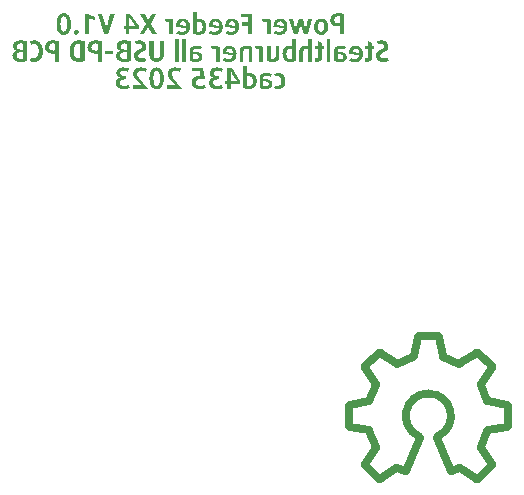
<source format=gbo>
G04*
G04 #@! TF.GenerationSoftware,Altium Limited,Altium Designer,23.4.1 (23)*
G04*
G04 Layer_Color=32896*
%FSLAX44Y44*%
%MOMM*%
G71*
G04*
G04 #@! TF.SameCoordinates,7B88B1EF-FA2A-4097-AC05-1536201C5E71*
G04*
G04*
G04 #@! TF.FilePolarity,Positive*
G04*
G01*
G75*
%ADD112C,0.6780*%
G36*
X596442Y649222D02*
X596822Y648959D01*
X596967Y648843D01*
X597084Y648755D01*
X597172Y648697D01*
X597201Y648668D01*
X597696Y648347D01*
X597959Y648230D01*
X598192Y648114D01*
X598367Y648026D01*
X598513Y647939D01*
X598629Y647909D01*
X598659Y647880D01*
X599242Y647647D01*
X599533Y647560D01*
X599796Y647472D01*
X600029Y647385D01*
X600204Y647355D01*
X600321Y647297D01*
X600350D01*
X600991Y647151D01*
X601283Y647064D01*
X601545Y647035D01*
X601779Y646976D01*
X601954Y646947D01*
X602070Y646918D01*
X602099D01*
X601604Y644381D01*
X601137Y644469D01*
X600729Y644556D01*
X600554Y644585D01*
X600437Y644614D01*
X600350Y644644D01*
X600321D01*
X599825Y644760D01*
X599621Y644819D01*
X599417Y644848D01*
X599271Y644906D01*
X599154Y644935D01*
X599067Y644964D01*
X599038D01*
X598571Y645110D01*
X598367Y645169D01*
X598192Y645227D01*
X598017Y645285D01*
X597901Y645343D01*
X597842Y645373D01*
X597813D01*
X597405Y645548D01*
X597084Y645693D01*
X596967Y645752D01*
X596880Y645810D01*
X596851Y645839D01*
X596822D01*
Y631930D01*
X593439D01*
Y649572D01*
X596093D01*
X596442Y649222D01*
D02*
G37*
G36*
X649221Y641057D02*
X654324Y631930D01*
X650533D01*
X647180Y638345D01*
X647150D01*
X643826Y631930D01*
X640035D01*
X645138Y641057D01*
X640415Y649572D01*
X644176D01*
X647150Y643798D01*
X647180D01*
X650183Y649572D01*
X653944D01*
X649221Y641057D01*
D02*
G37*
G36*
X613442Y631930D02*
X609798D01*
X604374Y649572D01*
X608106D01*
X611081Y638083D01*
X611226Y637500D01*
X611285Y637237D01*
X611343Y637004D01*
X611372Y636800D01*
X611401Y636654D01*
X611430Y636567D01*
Y636537D01*
X611460Y636304D01*
X611518Y636100D01*
X611547Y635925D01*
Y635779D01*
X611576Y635663D01*
X611605Y635604D01*
Y635575D01*
Y635546D01*
X611664D01*
X611693Y635663D01*
X611722Y635808D01*
X611751Y635925D01*
Y635954D01*
X611780Y636188D01*
X611809Y636392D01*
X611839Y636537D01*
Y636567D01*
Y636596D01*
X611897Y636858D01*
X611926Y637091D01*
X611955Y637266D01*
X611984Y637295D01*
Y637325D01*
X612043Y637616D01*
X612101Y637850D01*
X612130Y638024D01*
X612159Y638054D01*
Y638083D01*
X615134Y649572D01*
X618866D01*
X613442Y631930D01*
D02*
G37*
G36*
X782070Y631930D02*
X778629D01*
X776617Y639395D01*
X776501Y639862D01*
X776442Y640036D01*
X776413Y640211D01*
X776384Y640357D01*
Y640474D01*
X776355Y640532D01*
Y640561D01*
X776296Y640911D01*
X776238Y641174D01*
X776209Y641320D01*
Y641378D01*
X776151D01*
Y641290D01*
Y641203D01*
X776122Y640940D01*
Y640824D01*
X776092Y640736D01*
Y640678D01*
Y640649D01*
X776005Y640211D01*
X775917Y639803D01*
X775859Y639657D01*
X775830Y639512D01*
X775801Y639424D01*
Y639395D01*
X773760Y631930D01*
X770319D01*
X766499Y645081D01*
X769852D01*
X771719Y637004D01*
X771835Y636479D01*
X771864Y636246D01*
X771923Y636071D01*
X771952Y635896D01*
Y635779D01*
X771981Y635692D01*
Y635663D01*
X772010Y635458D01*
Y635284D01*
X772039Y635138D01*
Y635050D01*
X772068Y634905D01*
Y634875D01*
X772098D01*
X772127Y634963D01*
X772156Y635079D01*
X772214Y635342D01*
X772243Y635458D01*
Y635575D01*
X772272Y635634D01*
Y635663D01*
X772360Y636129D01*
X772448Y636567D01*
X772506Y636741D01*
X772535Y636887D01*
X772564Y636975D01*
Y637004D01*
X774664Y645081D01*
X777725D01*
X779854Y637004D01*
X779971Y636479D01*
X780029Y636246D01*
X780087Y636071D01*
X780116Y635896D01*
Y635779D01*
X780145Y635692D01*
Y635663D01*
X780175Y635458D01*
X780204Y635284D01*
X780233Y635138D01*
X780262Y635050D01*
X780291Y634905D01*
Y634875D01*
X780350D01*
Y634963D01*
Y635079D01*
X780379Y635371D01*
X780408Y635488D01*
Y635604D01*
X780437Y635692D01*
Y635721D01*
X780495Y636217D01*
X780554Y636421D01*
X780583Y636625D01*
X780612Y636771D01*
X780641Y636887D01*
X780670Y636975D01*
Y637004D01*
X782566Y645081D01*
X785890D01*
X782070Y631930D01*
D02*
G37*
G36*
X759326Y645343D02*
X759792Y645285D01*
X760230Y645198D01*
X760609Y645110D01*
X760930Y645023D01*
X761163Y644935D01*
X761309Y644877D01*
X761367Y644848D01*
X761775Y644644D01*
X762154Y644410D01*
X762475Y644177D01*
X762767Y643973D01*
X762971Y643769D01*
X763146Y643594D01*
X763262Y643477D01*
X763291Y643448D01*
X763554Y643098D01*
X763816Y642719D01*
X764020Y642369D01*
X764195Y642019D01*
X764312Y641728D01*
X764399Y641465D01*
X764458Y641320D01*
X764487Y641290D01*
Y641261D01*
X764633Y640795D01*
X764720Y640299D01*
X764808Y639832D01*
X764837Y639395D01*
X764866Y639045D01*
X764895Y638754D01*
Y638637D01*
Y638549D01*
Y638520D01*
Y638491D01*
X764866Y637937D01*
X764837Y637441D01*
X764779Y636975D01*
X764691Y636537D01*
X764604Y636217D01*
X764545Y635954D01*
X764516Y635779D01*
X764487Y635750D01*
Y635721D01*
X764312Y635254D01*
X764108Y634846D01*
X763875Y634467D01*
X763671Y634146D01*
X763496Y633884D01*
X763350Y633709D01*
X763233Y633563D01*
X763204Y633534D01*
X762883Y633213D01*
X762533Y632922D01*
X762183Y632688D01*
X761863Y632484D01*
X761571Y632338D01*
X761338Y632222D01*
X761192Y632164D01*
X761134Y632134D01*
X760667Y631959D01*
X760172Y631843D01*
X759705Y631755D01*
X759238Y631697D01*
X758859Y631668D01*
X758539Y631639D01*
X757751D01*
X757226Y631668D01*
X756760Y631726D01*
X756352Y631785D01*
X756031Y631814D01*
X755768Y631872D01*
X755593Y631901D01*
X755535D01*
X755069Y632018D01*
X754660Y632105D01*
X754311Y632222D01*
X753990Y632338D01*
X753727Y632426D01*
X753552Y632513D01*
X753436Y632543D01*
X753407Y632572D01*
X754369Y635050D01*
X754923Y634817D01*
X755214Y634700D01*
X755477Y634642D01*
X755710Y634555D01*
X755885Y634496D01*
X756002Y634467D01*
X756060D01*
X756760Y634321D01*
X757110Y634292D01*
X757401Y634263D01*
X757635Y634234D01*
X758014D01*
X758539Y634263D01*
X759034Y634351D01*
X759443Y634467D01*
X759792Y634584D01*
X760084Y634700D01*
X760288Y634817D01*
X760405Y634905D01*
X760463Y634934D01*
X760784Y635225D01*
X761046Y635575D01*
X761250Y635954D01*
X761425Y636304D01*
X761542Y636625D01*
X761600Y636887D01*
X761659Y637062D01*
Y637091D01*
Y637121D01*
X753202Y638258D01*
X753173Y638462D01*
X753144Y638637D01*
Y638754D01*
Y638812D01*
Y639395D01*
X753173Y639891D01*
X753202Y640328D01*
X753261Y640766D01*
X753319Y641115D01*
X753407Y641407D01*
X753465Y641640D01*
X753494Y641757D01*
X753523Y641815D01*
X753669Y642224D01*
X753844Y642573D01*
X754048Y642894D01*
X754223Y643186D01*
X754369Y643390D01*
X754515Y643565D01*
X754602Y643681D01*
X754631Y643711D01*
X754894Y644002D01*
X755185Y644235D01*
X755477Y644440D01*
X755768Y644614D01*
X756002Y644760D01*
X756206Y644848D01*
X756322Y644906D01*
X756381Y644935D01*
X756789Y645081D01*
X757197Y645198D01*
X757605Y645256D01*
X757984Y645314D01*
X758305Y645343D01*
X758568Y645373D01*
X758801D01*
X759326Y645343D01*
D02*
G37*
G36*
X718445D02*
X718911Y645285D01*
X719349Y645198D01*
X719728Y645110D01*
X720048Y645023D01*
X720282Y644935D01*
X720427Y644877D01*
X720486Y644848D01*
X720894Y644644D01*
X721273Y644410D01*
X721594Y644177D01*
X721885Y643973D01*
X722089Y643769D01*
X722264Y643594D01*
X722381Y643477D01*
X722410Y643448D01*
X722673Y643098D01*
X722935Y642719D01*
X723139Y642369D01*
X723314Y642019D01*
X723431Y641728D01*
X723518Y641465D01*
X723577Y641320D01*
X723606Y641290D01*
Y641261D01*
X723752Y640795D01*
X723839Y640299D01*
X723927Y639832D01*
X723956Y639395D01*
X723985Y639045D01*
X724014Y638754D01*
Y638637D01*
Y638549D01*
Y638520D01*
Y638491D01*
X723985Y637937D01*
X723956Y637441D01*
X723897Y636975D01*
X723810Y636537D01*
X723723Y636217D01*
X723664Y635954D01*
X723635Y635779D01*
X723606Y635750D01*
Y635721D01*
X723431Y635254D01*
X723227Y634846D01*
X722993Y634467D01*
X722789Y634146D01*
X722614Y633884D01*
X722469Y633709D01*
X722352Y633563D01*
X722323Y633534D01*
X722002Y633213D01*
X721652Y632922D01*
X721302Y632688D01*
X720982Y632484D01*
X720690Y632338D01*
X720457Y632222D01*
X720311Y632164D01*
X720253Y632134D01*
X719786Y631959D01*
X719290Y631843D01*
X718824Y631755D01*
X718357Y631697D01*
X717978Y631668D01*
X717657Y631639D01*
X716870D01*
X716345Y631668D01*
X715879Y631726D01*
X715470Y631785D01*
X715150Y631814D01*
X714887Y631872D01*
X714712Y631901D01*
X714654D01*
X714187Y632018D01*
X713779Y632105D01*
X713429Y632222D01*
X713109Y632338D01*
X712846Y632426D01*
X712671Y632513D01*
X712554Y632543D01*
X712525Y632572D01*
X713488Y635050D01*
X714042Y634817D01*
X714333Y634700D01*
X714596Y634642D01*
X714829Y634555D01*
X715004Y634496D01*
X715120Y634467D01*
X715179D01*
X715879Y634321D01*
X716228Y634292D01*
X716520Y634263D01*
X716753Y634234D01*
X717132D01*
X717657Y634263D01*
X718153Y634351D01*
X718561Y634467D01*
X718911Y634584D01*
X719203Y634700D01*
X719407Y634817D01*
X719523Y634905D01*
X719582Y634934D01*
X719903Y635225D01*
X720165Y635575D01*
X720369Y635954D01*
X720544Y636304D01*
X720661Y636625D01*
X720719Y636887D01*
X720777Y637062D01*
Y637091D01*
Y637121D01*
X712321Y638258D01*
X712292Y638462D01*
X712263Y638637D01*
Y638754D01*
Y638812D01*
Y639395D01*
X712292Y639891D01*
X712321Y640328D01*
X712380Y640766D01*
X712438Y641115D01*
X712525Y641407D01*
X712584Y641640D01*
X712613Y641757D01*
X712642Y641815D01*
X712788Y642224D01*
X712963Y642573D01*
X713167Y642894D01*
X713342Y643186D01*
X713488Y643390D01*
X713633Y643565D01*
X713721Y643681D01*
X713750Y643711D01*
X714012Y644002D01*
X714304Y644235D01*
X714596Y644440D01*
X714887Y644614D01*
X715120Y644760D01*
X715325Y644848D01*
X715441Y644906D01*
X715500Y644935D01*
X715908Y645081D01*
X716316Y645198D01*
X716724Y645256D01*
X717103Y645314D01*
X717424Y645343D01*
X717686Y645373D01*
X717920D01*
X718445Y645343D01*
D02*
G37*
G36*
X704623D02*
X705090Y645285D01*
X705527Y645198D01*
X705906Y645110D01*
X706227Y645023D01*
X706460Y644935D01*
X706606Y644877D01*
X706664Y644848D01*
X707073Y644644D01*
X707452Y644410D01*
X707772Y644177D01*
X708064Y643973D01*
X708268Y643769D01*
X708443Y643594D01*
X708560Y643477D01*
X708589Y643448D01*
X708851Y643098D01*
X709114Y642719D01*
X709318Y642369D01*
X709493Y642019D01*
X709609Y641728D01*
X709697Y641465D01*
X709755Y641320D01*
X709784Y641290D01*
Y641261D01*
X709930Y640795D01*
X710018Y640299D01*
X710105Y639832D01*
X710134Y639395D01*
X710163Y639045D01*
X710193Y638754D01*
Y638637D01*
Y638549D01*
Y638520D01*
Y638491D01*
X710163Y637937D01*
X710134Y637441D01*
X710076Y636975D01*
X709988Y636537D01*
X709901Y636217D01*
X709843Y635954D01*
X709814Y635779D01*
X709784Y635750D01*
Y635721D01*
X709609Y635254D01*
X709405Y634846D01*
X709172Y634467D01*
X708968Y634146D01*
X708793Y633884D01*
X708647Y633709D01*
X708531Y633563D01*
X708501Y633534D01*
X708181Y633213D01*
X707831Y632922D01*
X707481Y632688D01*
X707160Y632484D01*
X706868Y632338D01*
X706635Y632222D01*
X706489Y632164D01*
X706431Y632134D01*
X705965Y631959D01*
X705469Y631843D01*
X705002Y631755D01*
X704536Y631697D01*
X704157Y631668D01*
X703836Y631639D01*
X703049D01*
X702524Y631668D01*
X702057Y631726D01*
X701649Y631785D01*
X701328Y631814D01*
X701066Y631872D01*
X700891Y631901D01*
X700833D01*
X700366Y632018D01*
X699958Y632105D01*
X699608Y632222D01*
X699287Y632338D01*
X699025Y632426D01*
X698850Y632513D01*
X698733Y632543D01*
X698704Y632572D01*
X699666Y635050D01*
X700220Y634817D01*
X700512Y634700D01*
X700774Y634642D01*
X701007Y634555D01*
X701182Y634496D01*
X701299Y634467D01*
X701357D01*
X702057Y634321D01*
X702407Y634292D01*
X702699Y634263D01*
X702932Y634234D01*
X703311D01*
X703836Y634263D01*
X704332Y634351D01*
X704740Y634467D01*
X705090Y634584D01*
X705381Y634700D01*
X705585Y634817D01*
X705702Y634905D01*
X705760Y634934D01*
X706081Y635225D01*
X706344Y635575D01*
X706548Y635954D01*
X706723Y636304D01*
X706839Y636625D01*
X706898Y636887D01*
X706956Y637062D01*
Y637091D01*
Y637121D01*
X698500Y638258D01*
X698471Y638462D01*
X698441Y638637D01*
Y638754D01*
Y638812D01*
Y639395D01*
X698471Y639891D01*
X698500Y640328D01*
X698558Y640766D01*
X698616Y641115D01*
X698704Y641407D01*
X698762Y641640D01*
X698791Y641757D01*
X698820Y641815D01*
X698966Y642224D01*
X699141Y642573D01*
X699345Y642894D01*
X699520Y643186D01*
X699666Y643390D01*
X699812Y643565D01*
X699899Y643681D01*
X699929Y643711D01*
X700191Y644002D01*
X700483Y644235D01*
X700774Y644440D01*
X701066Y644614D01*
X701299Y644760D01*
X701503Y644848D01*
X701620Y644906D01*
X701678Y644935D01*
X702086Y645081D01*
X702495Y645198D01*
X702903Y645256D01*
X703282Y645314D01*
X703603Y645343D01*
X703865Y645373D01*
X704098D01*
X704623Y645343D01*
D02*
G37*
G36*
X676922D02*
X677389Y645285D01*
X677826Y645198D01*
X678205Y645110D01*
X678526Y645023D01*
X678759Y644935D01*
X678905Y644877D01*
X678963Y644848D01*
X679371Y644644D01*
X679750Y644410D01*
X680071Y644177D01*
X680363Y643973D01*
X680567Y643769D01*
X680742Y643594D01*
X680858Y643477D01*
X680888Y643448D01*
X681150Y643098D01*
X681413Y642719D01*
X681617Y642369D01*
X681792Y642019D01*
X681908Y641728D01*
X681996Y641465D01*
X682054Y641320D01*
X682083Y641290D01*
Y641261D01*
X682229Y640795D01*
X682316Y640299D01*
X682404Y639832D01*
X682433Y639395D01*
X682462Y639045D01*
X682491Y638754D01*
Y638637D01*
Y638549D01*
Y638520D01*
Y638491D01*
X682462Y637937D01*
X682433Y637441D01*
X682375Y636975D01*
X682287Y636537D01*
X682200Y636217D01*
X682141Y635954D01*
X682112Y635779D01*
X682083Y635750D01*
Y635721D01*
X681908Y635254D01*
X681704Y634846D01*
X681471Y634467D01*
X681267Y634146D01*
X681092Y633884D01*
X680946Y633709D01*
X680829Y633563D01*
X680800Y633534D01*
X680479Y633213D01*
X680129Y632922D01*
X679780Y632688D01*
X679459Y632484D01*
X679167Y632338D01*
X678934Y632222D01*
X678788Y632164D01*
X678730Y632134D01*
X678263Y631959D01*
X677768Y631843D01*
X677301Y631755D01*
X676834Y631697D01*
X676455Y631668D01*
X676135Y631639D01*
X675347D01*
X674822Y631668D01*
X674356Y631726D01*
X673948Y631785D01*
X673627Y631814D01*
X673364Y631872D01*
X673190Y631901D01*
X673131D01*
X672665Y632018D01*
X672256Y632105D01*
X671907Y632222D01*
X671586Y632338D01*
X671323Y632426D01*
X671148Y632513D01*
X671032Y632543D01*
X671003Y632572D01*
X671965Y635050D01*
X672519Y634817D01*
X672811Y634700D01*
X673073Y634642D01*
X673306Y634555D01*
X673481Y634496D01*
X673598Y634467D01*
X673656D01*
X674356Y634321D01*
X674706Y634292D01*
X674997Y634263D01*
X675231Y634234D01*
X675610D01*
X676135Y634263D01*
X676630Y634351D01*
X677039Y634467D01*
X677389Y634584D01*
X677680Y634700D01*
X677884Y634817D01*
X678001Y634905D01*
X678059Y634934D01*
X678380Y635225D01*
X678642Y635575D01*
X678846Y635954D01*
X679021Y636304D01*
X679138Y636625D01*
X679196Y636887D01*
X679255Y637062D01*
Y637091D01*
Y637121D01*
X670798Y638258D01*
X670769Y638462D01*
X670740Y638637D01*
Y638754D01*
Y638812D01*
Y639395D01*
X670769Y639891D01*
X670798Y640328D01*
X670857Y640766D01*
X670915Y641115D01*
X671003Y641407D01*
X671061Y641640D01*
X671090Y641757D01*
X671119Y641815D01*
X671265Y642224D01*
X671440Y642573D01*
X671644Y642894D01*
X671819Y643186D01*
X671965Y643390D01*
X672111Y643565D01*
X672198Y643681D01*
X672227Y643711D01*
X672490Y644002D01*
X672781Y644235D01*
X673073Y644440D01*
X673364Y644614D01*
X673598Y644760D01*
X673802Y644848D01*
X673919Y644906D01*
X673977Y644935D01*
X674385Y645081D01*
X674793Y645198D01*
X675201Y645256D01*
X675581Y645314D01*
X675901Y645343D01*
X676164Y645373D01*
X676397D01*
X676922Y645343D01*
D02*
G37*
G36*
X809159Y649863D02*
X809625Y649805D01*
X810034Y649776D01*
X810384Y649717D01*
X810646Y649659D01*
X810821Y649630D01*
X810879D01*
X811346Y649513D01*
X811783Y649397D01*
X812162Y649280D01*
X812512Y649193D01*
X812804Y649076D01*
X813008Y649018D01*
X813125Y648959D01*
X813183Y648930D01*
Y631930D01*
X809830D01*
Y638783D01*
X809596Y638754D01*
X809363Y638724D01*
X809159Y638695D01*
X809101D01*
X808751Y638666D01*
X808197D01*
X807584Y638695D01*
X807001Y638724D01*
X806476Y638783D01*
X806039Y638870D01*
X805689Y638958D01*
X805426Y639016D01*
X805252Y639045D01*
X805193Y639074D01*
X804727Y639249D01*
X804318Y639424D01*
X803939Y639628D01*
X803619Y639803D01*
X803385Y639949D01*
X803181Y640095D01*
X803065Y640182D01*
X803036Y640211D01*
X802715Y640503D01*
X802452Y640824D01*
X802248Y641115D01*
X802044Y641378D01*
X801898Y641640D01*
X801811Y641815D01*
X801752Y641932D01*
X801723Y641990D01*
X801578Y642369D01*
X801461Y642777D01*
X801403Y643127D01*
X801344Y643477D01*
X801315Y643769D01*
X801286Y644002D01*
Y644148D01*
Y644206D01*
X801315Y644673D01*
X801373Y645139D01*
X801461Y645548D01*
X801548Y645956D01*
X801840Y646656D01*
X801986Y646976D01*
X802161Y647239D01*
X802336Y647501D01*
X802482Y647735D01*
X802627Y647909D01*
X802773Y648055D01*
X802860Y648201D01*
X802948Y648289D01*
X803006Y648318D01*
X803036Y648347D01*
X803385Y648609D01*
X803764Y648872D01*
X804144Y649076D01*
X804552Y649251D01*
X805397Y649513D01*
X806214Y649688D01*
X806593Y649776D01*
X806943Y649805D01*
X807264Y649834D01*
X807526Y649863D01*
X807759Y649892D01*
X808634D01*
X809159Y649863D01*
D02*
G37*
G36*
X746408Y645314D02*
X746904Y645285D01*
X747341Y645227D01*
X747720Y645169D01*
X748012Y645139D01*
X748187Y645081D01*
X748245D01*
X748741Y644964D01*
X749178Y644877D01*
X749587Y644760D01*
X749937Y644644D01*
X750199Y644556D01*
X750432Y644469D01*
X750549Y644440D01*
X750607Y644410D01*
Y631930D01*
X747312D01*
Y642398D01*
X747050Y642486D01*
X746816Y642544D01*
X746612Y642602D01*
X746554D01*
X746233Y642661D01*
X745942Y642690D01*
X745329D01*
X745067Y642661D01*
X744805Y642632D01*
X744600Y642602D01*
X744396Y642544D01*
X744280Y642515D01*
X744192Y642486D01*
X744163D01*
X743551Y645256D01*
X743813Y645285D01*
X744046D01*
X744221Y645314D01*
X744309D01*
X744630Y645343D01*
X744950Y645373D01*
X745825D01*
X746408Y645314D01*
D02*
G37*
G36*
X735269Y631930D02*
X731916D01*
Y639453D01*
X726551D01*
Y642282D01*
X731916D01*
Y646714D01*
X725997D01*
Y649572D01*
X735269D01*
Y631930D01*
D02*
G37*
G36*
X664004Y645314D02*
X664500Y645285D01*
X664938Y645227D01*
X665317Y645169D01*
X665608Y645139D01*
X665783Y645081D01*
X665841D01*
X666337Y644964D01*
X666775Y644877D01*
X667183Y644760D01*
X667533Y644644D01*
X667795Y644556D01*
X668028Y644469D01*
X668145Y644440D01*
X668203Y644410D01*
Y631930D01*
X664908D01*
Y642398D01*
X664646Y642486D01*
X664413Y642544D01*
X664209Y642602D01*
X664150D01*
X663829Y642661D01*
X663538Y642690D01*
X662925D01*
X662663Y642661D01*
X662401Y642632D01*
X662197Y642602D01*
X661992Y642544D01*
X661876Y642515D01*
X661788Y642486D01*
X661759D01*
X661147Y645256D01*
X661409Y645285D01*
X661643D01*
X661817Y645314D01*
X661905D01*
X662226Y645343D01*
X662546Y645373D01*
X663421D01*
X664004Y645314D01*
D02*
G37*
G36*
X638957Y638666D02*
Y636275D01*
X631054D01*
Y631930D01*
X627964D01*
Y636275D01*
X626214D01*
Y638666D01*
X627964D01*
Y649572D01*
X631609D01*
X638957Y638666D01*
D02*
G37*
G36*
X586499Y635867D02*
X586762Y635808D01*
X586937Y635750D01*
X586966Y635721D01*
X586995D01*
X587257Y635575D01*
X587462Y635429D01*
X587607Y635313D01*
X587666Y635254D01*
X587841Y635050D01*
X587986Y634846D01*
X588074Y634671D01*
X588103Y634642D01*
Y634613D01*
X588190Y634321D01*
X588249Y634059D01*
X588278Y633942D01*
Y633884D01*
Y633826D01*
Y633796D01*
X588249Y633476D01*
X588190Y633213D01*
X588132Y633038D01*
X588103Y633009D01*
Y632980D01*
X587957Y632718D01*
X587811Y632513D01*
X587695Y632368D01*
X587666Y632309D01*
X587432Y632134D01*
X587228Y632018D01*
X587053Y631930D01*
X587024Y631901D01*
X586995D01*
X586703Y631814D01*
X586441Y631755D01*
X586324Y631726D01*
X586179D01*
X585858Y631755D01*
X585595Y631814D01*
X585420Y631872D01*
X585391Y631901D01*
X585362D01*
X585100Y632018D01*
X584896Y632164D01*
X584750Y632280D01*
X584691Y632309D01*
X584487Y632543D01*
X584371Y632747D01*
X584283Y632922D01*
X584254Y632951D01*
Y632980D01*
X584137Y633272D01*
X584108Y633534D01*
X584079Y633651D01*
Y633709D01*
Y633767D01*
Y633796D01*
X584108Y634117D01*
X584166Y634380D01*
X584225Y634555D01*
X584254Y634584D01*
Y634613D01*
X584371Y634875D01*
X584516Y635079D01*
X584633Y635196D01*
X584691Y635254D01*
X584925Y635458D01*
X585129Y635604D01*
X585304Y635692D01*
X585333Y635721D01*
X585362D01*
X585654Y635838D01*
X585916Y635867D01*
X586033Y635896D01*
X586179D01*
X586499Y635867D01*
D02*
G37*
G36*
X793996Y645343D02*
X794463Y645285D01*
X794900Y645198D01*
X795279Y645110D01*
X795600Y645023D01*
X795833Y644935D01*
X795979Y644877D01*
X796037Y644848D01*
X796445Y644644D01*
X796795Y644410D01*
X797116Y644148D01*
X797379Y643915D01*
X797612Y643711D01*
X797758Y643536D01*
X797874Y643419D01*
X797904Y643390D01*
X798166Y643040D01*
X798399Y642661D01*
X798603Y642311D01*
X798749Y641961D01*
X798866Y641669D01*
X798982Y641436D01*
X799012Y641290D01*
X799041Y641261D01*
Y641232D01*
X799157Y640766D01*
X799245Y640270D01*
X799332Y639803D01*
X799361Y639395D01*
X799391Y639016D01*
X799420Y638754D01*
Y638637D01*
Y638549D01*
Y638520D01*
Y638491D01*
X799391Y637966D01*
X799361Y637441D01*
X799303Y636975D01*
X799216Y636567D01*
X799157Y636246D01*
X799099Y635983D01*
X799070Y635808D01*
X799041Y635779D01*
Y635750D01*
X798895Y635284D01*
X798691Y634875D01*
X798516Y634496D01*
X798341Y634175D01*
X798166Y633913D01*
X798020Y633738D01*
X797933Y633592D01*
X797904Y633563D01*
X797612Y633242D01*
X797291Y632951D01*
X796970Y632718D01*
X796679Y632514D01*
X796416Y632338D01*
X796212Y632222D01*
X796096Y632164D01*
X796037Y632134D01*
X795600Y631959D01*
X795163Y631843D01*
X794725Y631755D01*
X794317Y631697D01*
X793996Y631668D01*
X793705Y631639D01*
X793471D01*
X792946Y631668D01*
X792480Y631726D01*
X792042Y631785D01*
X791663Y631901D01*
X791372Y631989D01*
X791139Y632047D01*
X790993Y632105D01*
X790934Y632134D01*
X790526Y632338D01*
X790176Y632572D01*
X789855Y632805D01*
X789593Y633038D01*
X789360Y633242D01*
X789214Y633417D01*
X789097Y633534D01*
X789068Y633563D01*
X788806Y633913D01*
X788572Y634292D01*
X788368Y634671D01*
X788223Y635021D01*
X788077Y635313D01*
X787989Y635546D01*
X787960Y635692D01*
X787931Y635750D01*
X787785Y636246D01*
X787698Y636712D01*
X787610Y637179D01*
X787581Y637616D01*
X787552Y637966D01*
X787523Y638258D01*
Y638345D01*
Y638433D01*
Y638462D01*
Y638491D01*
X787552Y639045D01*
X787581Y639541D01*
X787639Y640007D01*
X787727Y640416D01*
X787814Y640766D01*
X787873Y641028D01*
X787902Y641174D01*
X787931Y641232D01*
X788077Y641699D01*
X788281Y642107D01*
X788456Y642457D01*
X788631Y642777D01*
X788806Y643040D01*
X788952Y643244D01*
X789039Y643361D01*
X789068Y643390D01*
X789360Y643711D01*
X789681Y644002D01*
X790001Y644265D01*
X790293Y644469D01*
X790555Y644644D01*
X790760Y644760D01*
X790876Y644819D01*
X790934Y644848D01*
X791372Y645023D01*
X791809Y645139D01*
X792217Y645256D01*
X792626Y645314D01*
X792946Y645343D01*
X793238Y645373D01*
X793471D01*
X793996Y645343D01*
D02*
G37*
G36*
X688352Y644935D02*
X688615Y645023D01*
X688906Y645081D01*
X689023D01*
X689110Y645110D01*
X689198D01*
X689577Y645169D01*
X689898Y645198D01*
X690219D01*
X690773Y645169D01*
X691268Y645110D01*
X691735Y645052D01*
X692114Y644964D01*
X692464Y644848D01*
X692697Y644790D01*
X692843Y644731D01*
X692901Y644702D01*
X693309Y644498D01*
X693689Y644265D01*
X694009Y644031D01*
X694301Y643827D01*
X694505Y643623D01*
X694680Y643448D01*
X694797Y643332D01*
X694826Y643302D01*
X695088Y642952D01*
X695351Y642602D01*
X695526Y642253D01*
X695701Y641903D01*
X695817Y641611D01*
X695934Y641378D01*
X695963Y641232D01*
X695992Y641203D01*
Y641174D01*
X696109Y640707D01*
X696196Y640211D01*
X696284Y639745D01*
X696313Y639308D01*
X696342Y638958D01*
X696371Y638666D01*
Y638549D01*
Y638462D01*
Y638433D01*
Y638404D01*
X696342Y637820D01*
X696313Y637266D01*
X696225Y636741D01*
X696109Y636275D01*
X695992Y635838D01*
X695846Y635429D01*
X695701Y635050D01*
X695526Y634700D01*
X695380Y634409D01*
X695234Y634146D01*
X695088Y633942D01*
X694971Y633738D01*
X694855Y633592D01*
X694767Y633505D01*
X694738Y633447D01*
X694709Y633417D01*
X694388Y633097D01*
X694009Y632834D01*
X693630Y632601D01*
X693222Y632397D01*
X692814Y632222D01*
X692405Y632076D01*
X691618Y631872D01*
X691268Y631785D01*
X690918Y631726D01*
X690598Y631697D01*
X690335Y631668D01*
X690131Y631639D01*
X689256D01*
X688731Y631697D01*
X688265Y631726D01*
X687828Y631785D01*
X687507Y631843D01*
X687244Y631872D01*
X687069Y631930D01*
X687011D01*
X686544Y632047D01*
X686165Y632134D01*
X685816Y632251D01*
X685524Y632338D01*
X685291Y632426D01*
X685145Y632513D01*
X685028Y632543D01*
X684999Y632572D01*
Y651088D01*
X688352D01*
Y644935D01*
D02*
G37*
G36*
X576119Y649863D02*
X576643Y649776D01*
X577110Y649659D01*
X577518Y649542D01*
X577839Y649426D01*
X578101Y649309D01*
X578247Y649222D01*
X578306Y649193D01*
X578714Y648901D01*
X579093Y648580D01*
X579414Y648259D01*
X579676Y647968D01*
X579909Y647676D01*
X580055Y647443D01*
X580172Y647297D01*
X580201Y647268D01*
Y647239D01*
X580463Y646772D01*
X580667Y646277D01*
X580872Y645781D01*
X581017Y645343D01*
X581134Y644935D01*
X581221Y644644D01*
X581251Y644527D01*
Y644439D01*
X581280Y644381D01*
Y644352D01*
X581396Y643710D01*
X581484Y643098D01*
X581542Y642486D01*
X581571Y641932D01*
X581600Y641465D01*
X581630Y641261D01*
Y641086D01*
Y640940D01*
Y640853D01*
Y640795D01*
Y640766D01*
X581600Y640036D01*
X581571Y639366D01*
X581513Y638754D01*
X581455Y638229D01*
X581396Y637791D01*
X581367Y637587D01*
X581338Y637441D01*
X581309Y637325D01*
X581280Y637237D01*
Y637179D01*
Y637150D01*
X581134Y636537D01*
X580959Y635983D01*
X580784Y635488D01*
X580609Y635079D01*
X580463Y634729D01*
X580317Y634467D01*
X580230Y634292D01*
X580201Y634263D01*
Y634234D01*
X579909Y633796D01*
X579589Y633417D01*
X579268Y633097D01*
X578976Y632805D01*
X578714Y632601D01*
X578510Y632426D01*
X578364Y632338D01*
X578306Y632309D01*
X577839Y632076D01*
X577372Y631930D01*
X576906Y631814D01*
X576469Y631726D01*
X576089Y631668D01*
X575798Y631639D01*
X575535D01*
X574952Y631668D01*
X574427Y631755D01*
X573961Y631843D01*
X573553Y631989D01*
X573232Y632105D01*
X572969Y632193D01*
X572824Y632280D01*
X572765Y632309D01*
X572357Y632601D01*
X571978Y632892D01*
X571657Y633213D01*
X571366Y633534D01*
X571161Y633796D01*
X570987Y634030D01*
X570899Y634175D01*
X570870Y634234D01*
X570607Y634729D01*
X570403Y635225D01*
X570199Y635721D01*
X570053Y636158D01*
X569937Y636567D01*
X569849Y636858D01*
X569820Y636975D01*
Y637062D01*
X569791Y637121D01*
Y637150D01*
X569674Y637791D01*
X569587Y638404D01*
X569529Y639016D01*
X569470Y639570D01*
Y640066D01*
X569441Y640270D01*
Y640445D01*
Y640561D01*
Y640678D01*
Y640736D01*
Y640766D01*
Y641465D01*
X569499Y642136D01*
X569558Y642748D01*
X569616Y643273D01*
X569674Y643740D01*
X569704Y643915D01*
X569733Y644061D01*
X569762Y644177D01*
Y644265D01*
X569791Y644323D01*
Y644352D01*
X569937Y644964D01*
X570112Y645518D01*
X570287Y645985D01*
X570462Y646422D01*
X570607Y646772D01*
X570753Y647035D01*
X570841Y647180D01*
X570870Y647239D01*
X571161Y647676D01*
X571482Y648084D01*
X571803Y648405D01*
X572095Y648697D01*
X572357Y648901D01*
X572561Y649076D01*
X572707Y649163D01*
X572765Y649193D01*
X573232Y649426D01*
X573698Y649601D01*
X574165Y649717D01*
X574573Y649805D01*
X574952Y649863D01*
X575273Y649892D01*
X575535D01*
X576119Y649863D01*
D02*
G37*
G36*
X772083Y609594D02*
X771762Y609449D01*
X771441Y609332D01*
X771092Y609215D01*
X770771Y609128D01*
X770508Y609069D01*
X770275Y609011D01*
X770129Y608953D01*
X770071D01*
X769138Y608778D01*
X768700Y608719D01*
X768292Y608690D01*
X767942D01*
X767680Y608661D01*
X767447D01*
X766863Y608690D01*
X766339Y608749D01*
X765814Y608836D01*
X765347Y608924D01*
X764910Y609069D01*
X764502Y609215D01*
X764122Y609361D01*
X763802Y609536D01*
X763510Y609711D01*
X763248Y609857D01*
X763015Y610003D01*
X762840Y610148D01*
X762694Y610236D01*
X762606Y610323D01*
X762548Y610382D01*
X762519Y610411D01*
X762198Y610761D01*
X761936Y611140D01*
X761673Y611577D01*
X761469Y612015D01*
X761294Y612452D01*
X761148Y612919D01*
X760944Y613793D01*
X760857Y614202D01*
X760798Y614610D01*
X760769Y614960D01*
X760740Y615251D01*
X760711Y615514D01*
Y615689D01*
Y615834D01*
Y615863D01*
X760740Y616418D01*
X760769Y616913D01*
X760857Y617380D01*
X760915Y617788D01*
X761003Y618109D01*
X761090Y618342D01*
X761119Y618488D01*
X761148Y618546D01*
X761323Y618984D01*
X761498Y619363D01*
X761702Y619713D01*
X761877Y620004D01*
X762052Y620237D01*
X762198Y620412D01*
X762286Y620529D01*
X762315Y620558D01*
X762606Y620850D01*
X762927Y621112D01*
X763219Y621345D01*
X763510Y621520D01*
X763773Y621666D01*
X763977Y621754D01*
X764093Y621812D01*
X764152Y621841D01*
X764560Y621987D01*
X764939Y622104D01*
X765347Y622162D01*
X765697Y622220D01*
X765989Y622249D01*
X766251Y622279D01*
X766455D01*
X766893Y622249D01*
X767301Y622220D01*
X767476Y622191D01*
X767592Y622162D01*
X767680Y622133D01*
X767709D01*
X768147Y622045D01*
X768322Y621987D01*
X768496Y621929D01*
X768613Y621870D01*
X768700Y621841D01*
X768759Y621812D01*
X768788D01*
Y628110D01*
X772083D01*
Y609594D01*
D02*
G37*
G36*
X786021Y608953D02*
X782726D01*
Y619217D01*
X782405Y619363D01*
X782114Y619479D01*
X781997Y619508D01*
X781910Y619538D01*
X781851Y619567D01*
X781822D01*
X781443Y619654D01*
X781122Y619683D01*
X780976Y619713D01*
X780802D01*
X780393Y619683D01*
X780043Y619625D01*
X779752Y619538D01*
X779489Y619450D01*
X779314Y619333D01*
X779169Y619246D01*
X779081Y619188D01*
X779052Y619159D01*
X778848Y618925D01*
X778673Y618692D01*
X778556Y618400D01*
X778498Y618138D01*
X778440Y617905D01*
X778410Y617701D01*
Y617584D01*
Y617526D01*
Y608953D01*
X775086D01*
Y617876D01*
Y618255D01*
X775145Y618634D01*
X775291Y619304D01*
X775495Y619858D01*
X775728Y620325D01*
X775961Y620704D01*
X776165Y620966D01*
X776311Y621112D01*
X776340Y621171D01*
X776369D01*
X776894Y621550D01*
X777448Y621841D01*
X778061Y622045D01*
X778644Y622162D01*
X779139Y622249D01*
X779373Y622279D01*
X779577D01*
X779723Y622308D01*
X779956D01*
X780481Y622279D01*
X780743Y622249D01*
X780947Y622220D01*
X781152Y622191D01*
X781297Y622162D01*
X781385Y622133D01*
X781414D01*
X781939Y621987D01*
X782143Y621929D01*
X782347Y621841D01*
X782493Y621783D01*
X782609Y621754D01*
X782697Y621695D01*
X782726D01*
Y628110D01*
X786021D01*
Y608953D01*
D02*
G37*
G36*
X810631Y622337D02*
X811098Y622308D01*
X811506Y622249D01*
X811856Y622191D01*
X812119Y622133D01*
X812293Y622104D01*
X812323Y622075D01*
X812352D01*
X812818Y621958D01*
X813227Y621841D01*
X813606Y621754D01*
X813897Y621637D01*
X814160Y621550D01*
X814335Y621491D01*
X814451Y621462D01*
X814481Y621433D01*
X813664Y619188D01*
X813402Y619304D01*
X813139Y619363D01*
X812935Y619421D01*
X812906Y619450D01*
X812877D01*
X812527Y619567D01*
X812235Y619625D01*
X812119Y619683D01*
X812031D01*
X811973Y619713D01*
X811944D01*
X811564Y619800D01*
X811273Y619858D01*
X811127D01*
X811040Y619888D01*
X810952D01*
X810573Y619946D01*
X810252Y619975D01*
X809961D01*
X809553Y619946D01*
X809203Y619917D01*
X808911Y619829D01*
X808649Y619771D01*
X808445Y619683D01*
X808299Y619596D01*
X808211Y619567D01*
X808182Y619538D01*
X807949Y619363D01*
X807803Y619129D01*
X807686Y618896D01*
X807599Y618663D01*
X807541Y618430D01*
X807511Y618255D01*
Y618138D01*
Y618080D01*
Y617409D01*
X808065Y617380D01*
X808590Y617322D01*
X809086Y617263D01*
X809523Y617205D01*
X809873Y617176D01*
X810165Y617117D01*
X810340Y617088D01*
X810398D01*
X810894Y617001D01*
X811360Y616884D01*
X811769Y616768D01*
X812148Y616651D01*
X812439Y616563D01*
X812643Y616476D01*
X812789Y616418D01*
X812848Y616388D01*
X813227Y616213D01*
X813577Y615980D01*
X813868Y615776D01*
X814101Y615572D01*
X814305Y615368D01*
X814451Y615222D01*
X814539Y615105D01*
X814568Y615076D01*
X814772Y614726D01*
X814947Y614376D01*
X815064Y614026D01*
X815122Y613677D01*
X815180Y613356D01*
X815209Y613123D01*
Y612948D01*
Y612919D01*
Y612889D01*
X815180Y612510D01*
X815151Y612189D01*
X814976Y611548D01*
X814743Y611023D01*
X814481Y610586D01*
X814218Y610236D01*
X813985Y609973D01*
X813810Y609828D01*
X813781Y609769D01*
X813752D01*
X813460Y609565D01*
X813139Y609390D01*
X812439Y609128D01*
X811681Y608924D01*
X810952Y608807D01*
X810631Y608749D01*
X810311Y608720D01*
X810019Y608690D01*
X809786D01*
X809582Y608661D01*
X808736D01*
X808211Y608720D01*
X807745Y608749D01*
X807307Y608807D01*
X806957Y608865D01*
X806695Y608895D01*
X806520Y608953D01*
X806462D01*
X805966Y609070D01*
X805558Y609157D01*
X805208Y609274D01*
X804887Y609361D01*
X804654Y609449D01*
X804508Y609536D01*
X804391Y609565D01*
X804362Y609594D01*
Y617701D01*
Y618167D01*
X804420Y618575D01*
X804479Y618954D01*
X804566Y619333D01*
X804683Y619654D01*
X804800Y619946D01*
X804916Y620208D01*
X805033Y620442D01*
X805179Y620646D01*
X805295Y620821D01*
X805529Y621083D01*
X805674Y621229D01*
X805704Y621287D01*
X805733D01*
X806287Y621666D01*
X806928Y621929D01*
X807570Y622133D01*
X808182Y622249D01*
X808736Y622337D01*
X808998Y622366D01*
X809203D01*
X809378Y622395D01*
X810136D01*
X810631Y622337D01*
D02*
G37*
G36*
X688396Y622337D02*
X688863Y622308D01*
X689271Y622249D01*
X689621Y622191D01*
X689883Y622133D01*
X690058Y622104D01*
X690087Y622074D01*
X690117D01*
X690583Y621958D01*
X690991Y621841D01*
X691370Y621754D01*
X691662Y621637D01*
X691924Y621550D01*
X692099Y621491D01*
X692216Y621462D01*
X692245Y621433D01*
X691429Y619188D01*
X691166Y619304D01*
X690904Y619363D01*
X690700Y619421D01*
X690670Y619450D01*
X690641D01*
X690291Y619567D01*
X690000Y619625D01*
X689883Y619683D01*
X689796D01*
X689737Y619713D01*
X689708D01*
X689329Y619800D01*
X689038Y619858D01*
X688892D01*
X688804Y619888D01*
X688717D01*
X688338Y619946D01*
X688017Y619975D01*
X687725D01*
X687317Y619946D01*
X686967Y619917D01*
X686676Y619829D01*
X686413Y619771D01*
X686209Y619683D01*
X686063Y619596D01*
X685976Y619567D01*
X685947Y619538D01*
X685713Y619363D01*
X685568Y619129D01*
X685451Y618896D01*
X685363Y618663D01*
X685305Y618429D01*
X685276Y618255D01*
Y618138D01*
Y618080D01*
Y617409D01*
X685830Y617380D01*
X686355Y617322D01*
X686851Y617263D01*
X687288Y617205D01*
X687638Y617176D01*
X687930Y617117D01*
X688104Y617088D01*
X688163D01*
X688659Y617001D01*
X689125Y616884D01*
X689533Y616768D01*
X689912Y616651D01*
X690204Y616563D01*
X690408Y616476D01*
X690554Y616418D01*
X690612Y616388D01*
X690991Y616213D01*
X691341Y615980D01*
X691633Y615776D01*
X691866Y615572D01*
X692070Y615368D01*
X692216Y615222D01*
X692303Y615105D01*
X692333Y615076D01*
X692537Y614726D01*
X692712Y614376D01*
X692828Y614026D01*
X692887Y613677D01*
X692945Y613356D01*
X692974Y613123D01*
Y612948D01*
Y612919D01*
Y612889D01*
X692945Y612510D01*
X692916Y612189D01*
X692741Y611548D01*
X692507Y611023D01*
X692245Y610586D01*
X691983Y610236D01*
X691749Y609973D01*
X691574Y609828D01*
X691545Y609769D01*
X691516D01*
X691225Y609565D01*
X690904Y609390D01*
X690204Y609128D01*
X689446Y608924D01*
X688717Y608807D01*
X688396Y608749D01*
X688075Y608719D01*
X687784Y608690D01*
X687551D01*
X687346Y608661D01*
X686501D01*
X685976Y608719D01*
X685509Y608749D01*
X685072Y608807D01*
X684722Y608865D01*
X684460Y608895D01*
X684285Y608953D01*
X684226D01*
X683731Y609069D01*
X683322Y609157D01*
X682972Y609274D01*
X682652Y609361D01*
X682418Y609449D01*
X682273Y609536D01*
X682156Y609565D01*
X682127Y609594D01*
Y617701D01*
Y618167D01*
X682185Y618575D01*
X682243Y618954D01*
X682331Y619333D01*
X682448Y619654D01*
X682564Y619946D01*
X682681Y620208D01*
X682797Y620442D01*
X682943Y620646D01*
X683060Y620821D01*
X683293Y621083D01*
X683439Y621229D01*
X683468Y621287D01*
X683497D01*
X684051Y621666D01*
X684693Y621929D01*
X685334Y622133D01*
X685947Y622249D01*
X686501Y622337D01*
X686763Y622366D01*
X686967D01*
X687142Y622395D01*
X687900D01*
X688396Y622337D01*
D02*
G37*
G36*
X617568Y615455D02*
X610570D01*
Y618284D01*
X617568D01*
Y615455D01*
D02*
G37*
G36*
X551348Y626886D02*
X551873Y626827D01*
X552339Y626740D01*
X552747Y626623D01*
X553068Y626507D01*
X553331Y626419D01*
X553506Y626361D01*
X553535Y626332D01*
X553564D01*
X554030Y626098D01*
X554439Y625836D01*
X554818Y625544D01*
X555139Y625282D01*
X555401Y625019D01*
X555605Y624815D01*
X555722Y624699D01*
X555780Y624640D01*
X556101Y624203D01*
X556392Y623707D01*
X556655Y623241D01*
X556859Y622774D01*
X557034Y622395D01*
X557150Y622074D01*
X557209Y621958D01*
X557238Y621870D01*
X557267Y621812D01*
Y621783D01*
X557442Y621112D01*
X557588Y620442D01*
X557675Y619771D01*
X557763Y619129D01*
X557792Y618605D01*
Y618371D01*
X557821Y618167D01*
Y618021D01*
Y617876D01*
Y617817D01*
Y617788D01*
X557792Y616942D01*
X557734Y616184D01*
X557646Y615484D01*
X557530Y614901D01*
X557500Y614639D01*
X557442Y614406D01*
X557384Y614201D01*
X557355Y614056D01*
X557326Y613910D01*
X557296Y613822D01*
X557267Y613764D01*
Y613735D01*
X557034Y613122D01*
X556801Y612569D01*
X556538Y612102D01*
X556305Y611694D01*
X556101Y611344D01*
X555926Y611111D01*
X555809Y610965D01*
X555780Y610906D01*
X555401Y610498D01*
X555022Y610177D01*
X554643Y609886D01*
X554322Y609623D01*
X554001Y609449D01*
X553768Y609332D01*
X553622Y609244D01*
X553564Y609215D01*
X553068Y609040D01*
X552602Y608895D01*
X552135Y608807D01*
X551698Y608719D01*
X551348Y608690D01*
X551056Y608661D01*
X550823D01*
X550006Y608690D01*
X549277Y608807D01*
X548636Y608953D01*
X548053Y609128D01*
X547616Y609303D01*
X547411Y609390D01*
X547266Y609449D01*
X547149Y609507D01*
X547061Y609565D01*
X547003Y609594D01*
X546974D01*
X548053Y612394D01*
X548403Y612189D01*
X548753Y612044D01*
X548899Y611985D01*
X549015Y611927D01*
X549073Y611898D01*
X549103D01*
X549540Y611810D01*
X549977Y611752D01*
X550152Y611723D01*
X550415D01*
X550736Y611752D01*
X551027Y611781D01*
X551552Y611956D01*
X552048Y612189D01*
X552456Y612481D01*
X552777Y612773D01*
X553010Y613006D01*
X553156Y613181D01*
X553214Y613210D01*
Y613239D01*
X553389Y613560D01*
X553564Y613881D01*
X553826Y614610D01*
X554030Y615368D01*
X554147Y616097D01*
X554205Y616447D01*
X554235Y616767D01*
X554264Y617059D01*
Y617292D01*
X554293Y617496D01*
Y617671D01*
Y617759D01*
Y617788D01*
Y618342D01*
X554235Y618867D01*
X554205Y619333D01*
X554118Y619771D01*
X554030Y620208D01*
X553943Y620558D01*
X553856Y620908D01*
X553739Y621229D01*
X553651Y621491D01*
X553564Y621725D01*
X553476Y621929D01*
X553389Y622074D01*
X553302Y622191D01*
X553272Y622308D01*
X553214Y622337D01*
Y622366D01*
X553010Y622628D01*
X552777Y622891D01*
X552543Y623095D01*
X552310Y623270D01*
X551843Y623532D01*
X551406Y623707D01*
X550998Y623824D01*
X550706Y623882D01*
X550590Y623912D01*
X550415D01*
X549890Y623882D01*
X549686Y623853D01*
X549482Y623824D01*
X549336Y623766D01*
X549190Y623736D01*
X549132Y623707D01*
X549103D01*
X548694Y623532D01*
X548344Y623387D01*
X548228Y623328D01*
X548140Y623270D01*
X548082Y623212D01*
X548053D01*
X546974Y625953D01*
X547616Y626273D01*
X548257Y626507D01*
X548899Y626682D01*
X549511Y626798D01*
X550036Y626856D01*
X550269Y626886D01*
X550444Y626915D01*
X550823D01*
X551348Y626886D01*
D02*
G37*
G36*
X836525Y625020D02*
Y622104D01*
X838216D01*
Y619596D01*
X836525D01*
Y612889D01*
X836496Y612160D01*
X836379Y611548D01*
X836233Y610994D01*
X836058Y610557D01*
X835912Y610236D01*
X835767Y610003D01*
X835650Y609857D01*
X835621Y609799D01*
X835242Y609449D01*
X834804Y609215D01*
X834338Y609040D01*
X833871Y608895D01*
X833434Y608836D01*
X833113Y608807D01*
X832967Y608778D01*
X832792D01*
X832355Y608807D01*
X832005Y608836D01*
X831859D01*
X831743Y608865D01*
X831655D01*
X831276Y608953D01*
X831014Y609011D01*
X830868Y609070D01*
X830810Y609099D01*
Y611869D01*
X830926Y611810D01*
X831072Y611752D01*
X831160Y611723D01*
X831218D01*
X831422Y611694D01*
X831568Y611665D01*
X831743D01*
X831976Y611694D01*
X832180Y611723D01*
X832355Y611781D01*
X832530Y611840D01*
X832647Y611898D01*
X832734Y611927D01*
X832792Y611985D01*
X832822D01*
X832967Y612131D01*
X833084Y612306D01*
X833142Y612481D01*
X833201Y612685D01*
X833230Y612860D01*
X833259Y612977D01*
Y613093D01*
Y613123D01*
Y619596D01*
X830810D01*
Y622104D01*
X833259D01*
Y625982D01*
X836525Y625020D01*
D02*
G37*
G36*
X794127D02*
Y622104D01*
X795819D01*
Y619596D01*
X794127D01*
Y612889D01*
X794098Y612160D01*
X793981Y611548D01*
X793836Y610994D01*
X793661Y610557D01*
X793515Y610236D01*
X793369Y610003D01*
X793253Y609857D01*
X793223Y609799D01*
X792844Y609449D01*
X792407Y609215D01*
X791940Y609040D01*
X791474Y608895D01*
X791037Y608836D01*
X790716Y608807D01*
X790570Y608778D01*
X790395D01*
X789958Y608807D01*
X789608Y608836D01*
X789462D01*
X789345Y608865D01*
X789258D01*
X788879Y608953D01*
X788616Y609011D01*
X788471Y609069D01*
X788412Y609099D01*
Y611869D01*
X788529Y611810D01*
X788675Y611752D01*
X788762Y611723D01*
X788820D01*
X789025Y611694D01*
X789170Y611665D01*
X789345D01*
X789578Y611694D01*
X789783Y611723D01*
X789958Y611781D01*
X790133Y611840D01*
X790249Y611898D01*
X790337Y611927D01*
X790395Y611985D01*
X790424D01*
X790570Y612131D01*
X790687Y612306D01*
X790745Y612481D01*
X790803Y612685D01*
X790832Y612860D01*
X790862Y612977D01*
Y613093D01*
Y613123D01*
Y619596D01*
X788412D01*
Y622104D01*
X790862D01*
Y625982D01*
X794127Y625020D01*
D02*
G37*
G36*
X660170Y614172D02*
X660141Y613677D01*
X660112Y613239D01*
X660024Y612831D01*
X659937Y612481D01*
X659878Y612219D01*
X659791Y611985D01*
X659762Y611869D01*
X659733Y611810D01*
X659529Y611460D01*
X659324Y611140D01*
X659120Y610848D01*
X658916Y610586D01*
X658741Y610382D01*
X658595Y610236D01*
X658479Y610148D01*
X658450Y610119D01*
X658129Y609886D01*
X657808Y609653D01*
X657487Y609478D01*
X657196Y609332D01*
X656933Y609215D01*
X656729Y609128D01*
X656613Y609099D01*
X656554Y609069D01*
X656146Y608953D01*
X655709Y608865D01*
X655300Y608807D01*
X654950Y608778D01*
X654630Y608749D01*
X654367Y608719D01*
X654163D01*
X653697Y608749D01*
X653230Y608778D01*
X652822Y608836D01*
X652472Y608895D01*
X652180Y608953D01*
X651947Y609011D01*
X651830Y609069D01*
X651772D01*
X651364Y609215D01*
X651014Y609390D01*
X650693Y609565D01*
X650402Y609740D01*
X650198Y609886D01*
X650023Y610003D01*
X649906Y610090D01*
X649877Y610119D01*
X649585Y610382D01*
X649323Y610673D01*
X649119Y610965D01*
X648914Y611227D01*
X648798Y611460D01*
X648681Y611636D01*
X648623Y611781D01*
X648594Y611810D01*
X648448Y612219D01*
X648331Y612598D01*
X648244Y613006D01*
X648186Y613385D01*
X648156Y613706D01*
X648127Y613939D01*
Y614114D01*
Y614172D01*
Y626594D01*
X651568D01*
Y614143D01*
X651597Y613735D01*
X651685Y613356D01*
X651801Y613064D01*
X651947Y612802D01*
X652093Y612569D01*
X652209Y612423D01*
X652297Y612335D01*
X652326Y612306D01*
X652618Y612073D01*
X652909Y611927D01*
X653230Y611810D01*
X653522Y611723D01*
X653784Y611665D01*
X653988Y611636D01*
X654163D01*
X654542Y611665D01*
X654892Y611752D01*
X655213Y611840D01*
X655475Y611985D01*
X655709Y612102D01*
X655854Y612189D01*
X655971Y612277D01*
X656000Y612306D01*
X656234Y612569D01*
X656408Y612889D01*
X656554Y613181D01*
X656642Y613473D01*
X656700Y613735D01*
X656729Y613939D01*
Y614085D01*
Y614143D01*
Y626594D01*
X660170D01*
Y614172D01*
D02*
G37*
G36*
X758203Y613531D02*
X758174Y613064D01*
X758145Y612627D01*
X758087Y612219D01*
X757970Y611840D01*
X757883Y611519D01*
X757766Y611198D01*
X757620Y610936D01*
X757503Y610702D01*
X757358Y610469D01*
X757241Y610294D01*
X757124Y610148D01*
X757008Y610032D01*
X756862Y609857D01*
X756833Y609798D01*
X756804D01*
X756512Y609594D01*
X756220Y609419D01*
X755579Y609128D01*
X754879Y608953D01*
X754208Y608807D01*
X753596Y608719D01*
X753334Y608690D01*
X753100D01*
X752925Y608661D01*
X752663D01*
X752109Y608690D01*
X751846D01*
X751642Y608719D01*
X751438D01*
X751292Y608749D01*
X751176D01*
X750622Y608807D01*
X750388Y608836D01*
X750184Y608865D01*
X750010Y608895D01*
X749864D01*
X749776Y608924D01*
X749747D01*
X749251Y609011D01*
X749018Y609069D01*
X748843Y609128D01*
X748697Y609157D01*
X748551Y609186D01*
X748493Y609215D01*
X748464D01*
X748056Y609361D01*
X747706Y609478D01*
X747589Y609536D01*
X747502Y609565D01*
X747443Y609594D01*
X747414D01*
Y622104D01*
X750739D01*
Y611665D01*
X751001Y611577D01*
X751263Y611519D01*
X751380Y611490D01*
X751467D01*
X751526Y611460D01*
X751555D01*
X751934Y611402D01*
X752284Y611373D01*
X752663D01*
X753071Y611402D01*
X753392Y611460D01*
X753713Y611577D01*
X753946Y611694D01*
X754179Y611840D01*
X754354Y612015D01*
X754500Y612219D01*
X754617Y612423D01*
X754792Y612802D01*
X754879Y613123D01*
Y613239D01*
X754908Y613356D01*
Y613414D01*
Y613443D01*
Y622104D01*
X758203D01*
Y613531D01*
D02*
G37*
G36*
X823316Y622366D02*
X823782Y622308D01*
X824220Y622220D01*
X824599Y622133D01*
X824920Y622045D01*
X825153Y621958D01*
X825298Y621899D01*
X825357Y621870D01*
X825765Y621666D01*
X826144Y621433D01*
X826465Y621200D01*
X826757Y620996D01*
X826961Y620792D01*
X827136Y620616D01*
X827252Y620500D01*
X827281Y620471D01*
X827544Y620121D01*
X827806Y619742D01*
X828010Y619392D01*
X828185Y619042D01*
X828302Y618750D01*
X828389Y618488D01*
X828448Y618342D01*
X828477Y618313D01*
Y618284D01*
X828623Y617817D01*
X828710Y617322D01*
X828798Y616855D01*
X828827Y616418D01*
X828856Y616068D01*
X828885Y615776D01*
Y615659D01*
Y615572D01*
Y615543D01*
Y615514D01*
X828856Y614960D01*
X828827Y614464D01*
X828768Y613997D01*
X828681Y613560D01*
X828594Y613239D01*
X828535Y612977D01*
X828506Y612802D01*
X828477Y612773D01*
Y612743D01*
X828302Y612277D01*
X828098Y611869D01*
X827865Y611490D01*
X827660Y611169D01*
X827486Y610906D01*
X827340Y610732D01*
X827223Y610586D01*
X827194Y610557D01*
X826873Y610236D01*
X826523Y609944D01*
X826173Y609711D01*
X825853Y609507D01*
X825561Y609361D01*
X825328Y609244D01*
X825182Y609186D01*
X825124Y609157D01*
X824657Y608982D01*
X824161Y608865D01*
X823695Y608778D01*
X823228Y608720D01*
X822849Y608690D01*
X822528Y608661D01*
X821741D01*
X821216Y608690D01*
X820750Y608749D01*
X820341Y608807D01*
X820021Y608836D01*
X819758Y608895D01*
X819583Y608924D01*
X819525D01*
X819059Y609040D01*
X818650Y609128D01*
X818300Y609244D01*
X817980Y609361D01*
X817717Y609449D01*
X817542Y609536D01*
X817426Y609565D01*
X817396Y609594D01*
X818359Y612073D01*
X818913Y611840D01*
X819204Y611723D01*
X819467Y611665D01*
X819700Y611577D01*
X819875Y611519D01*
X819992Y611490D01*
X820050D01*
X820750Y611344D01*
X821100Y611315D01*
X821391Y611286D01*
X821625Y611256D01*
X822003D01*
X822528Y611286D01*
X823024Y611373D01*
X823432Y611490D01*
X823782Y611606D01*
X824074Y611723D01*
X824278Y611840D01*
X824395Y611927D01*
X824453Y611956D01*
X824774Y612248D01*
X825036Y612598D01*
X825240Y612977D01*
X825415Y613327D01*
X825532Y613647D01*
X825590Y613910D01*
X825648Y614085D01*
Y614114D01*
Y614143D01*
X817192Y615280D01*
X817163Y615485D01*
X817134Y615659D01*
Y615776D01*
Y615834D01*
Y616418D01*
X817163Y616913D01*
X817192Y617351D01*
X817251Y617788D01*
X817309Y618138D01*
X817396Y618430D01*
X817455Y618663D01*
X817484Y618779D01*
X817513Y618838D01*
X817659Y619246D01*
X817834Y619596D01*
X818038Y619917D01*
X818213Y620208D01*
X818359Y620412D01*
X818504Y620587D01*
X818592Y620704D01*
X818621Y620733D01*
X818884Y621025D01*
X819175Y621258D01*
X819467Y621462D01*
X819758Y621637D01*
X819992Y621783D01*
X820196Y621870D01*
X820312Y621929D01*
X820371Y621958D01*
X820779Y622104D01*
X821187Y622220D01*
X821595Y622279D01*
X821974Y622337D01*
X822295Y622366D01*
X822558Y622395D01*
X822791D01*
X823316Y622366D01*
D02*
G37*
G36*
X716272Y622366D02*
X716739Y622308D01*
X717176Y622220D01*
X717555Y622133D01*
X717876Y622045D01*
X718109Y621958D01*
X718255Y621899D01*
X718313Y621870D01*
X718722Y621666D01*
X719101Y621433D01*
X719421Y621200D01*
X719713Y620996D01*
X719917Y620791D01*
X720092Y620616D01*
X720209Y620500D01*
X720238Y620471D01*
X720500Y620121D01*
X720763Y619742D01*
X720967Y619392D01*
X721142Y619042D01*
X721258Y618750D01*
X721346Y618488D01*
X721404Y618342D01*
X721433Y618313D01*
Y618284D01*
X721579Y617817D01*
X721667Y617322D01*
X721754Y616855D01*
X721783Y616418D01*
X721813Y616068D01*
X721842Y615776D01*
Y615659D01*
Y615572D01*
Y615543D01*
Y615514D01*
X721813Y614960D01*
X721783Y614464D01*
X721725Y613997D01*
X721638Y613560D01*
X721550Y613239D01*
X721492Y612977D01*
X721463Y612802D01*
X721433Y612773D01*
Y612743D01*
X721258Y612277D01*
X721054Y611869D01*
X720821Y611490D01*
X720617Y611169D01*
X720442Y610906D01*
X720296Y610732D01*
X720180Y610586D01*
X720151Y610557D01*
X719830Y610236D01*
X719480Y609944D01*
X719130Y609711D01*
X718809Y609507D01*
X718518Y609361D01*
X718284Y609244D01*
X718139Y609186D01*
X718080Y609157D01*
X717614Y608982D01*
X717118Y608865D01*
X716651Y608778D01*
X716185Y608719D01*
X715806Y608690D01*
X715485Y608661D01*
X714698D01*
X714173Y608690D01*
X713706Y608749D01*
X713298Y608807D01*
X712977Y608836D01*
X712715Y608895D01*
X712540Y608924D01*
X712482D01*
X712015Y609040D01*
X711607Y609128D01*
X711257Y609244D01*
X710936Y609361D01*
X710674Y609449D01*
X710499Y609536D01*
X710382Y609565D01*
X710353Y609594D01*
X711315Y612073D01*
X711869Y611840D01*
X712161Y611723D01*
X712423Y611665D01*
X712656Y611577D01*
X712831Y611519D01*
X712948Y611490D01*
X713006D01*
X713706Y611344D01*
X714056Y611315D01*
X714348Y611286D01*
X714581Y611256D01*
X714960D01*
X715485Y611286D01*
X715981Y611373D01*
X716389Y611490D01*
X716739Y611606D01*
X717030Y611723D01*
X717234Y611840D01*
X717351Y611927D01*
X717410Y611956D01*
X717730Y612248D01*
X717993Y612598D01*
X718197Y612977D01*
X718372Y613327D01*
X718488Y613647D01*
X718547Y613910D01*
X718605Y614085D01*
Y614114D01*
Y614143D01*
X710149Y615280D01*
X710120Y615485D01*
X710090Y615659D01*
Y615776D01*
Y615834D01*
Y616418D01*
X710120Y616913D01*
X710149Y617351D01*
X710207Y617788D01*
X710266Y618138D01*
X710353Y618429D01*
X710411Y618663D01*
X710440Y618779D01*
X710470Y618838D01*
X710615Y619246D01*
X710790Y619596D01*
X710994Y619917D01*
X711169Y620208D01*
X711315Y620412D01*
X711461Y620587D01*
X711548Y620704D01*
X711578Y620733D01*
X711840Y621025D01*
X712132Y621258D01*
X712423Y621462D01*
X712715Y621637D01*
X712948Y621783D01*
X713152Y621870D01*
X713269Y621929D01*
X713327Y621958D01*
X713735Y622104D01*
X714144Y622220D01*
X714552Y622279D01*
X714931Y622337D01*
X715252Y622366D01*
X715514Y622395D01*
X715747D01*
X716272Y622366D01*
D02*
G37*
G36*
X801359Y608953D02*
X798035D01*
Y628110D01*
X801359D01*
Y608953D01*
D02*
G37*
G36*
X740241Y622337D02*
X740737Y622308D01*
X741174Y622249D01*
X741553Y622191D01*
X741845Y622162D01*
X742020Y622104D01*
X742078D01*
X742574Y621987D01*
X743011Y621899D01*
X743419Y621783D01*
X743769Y621666D01*
X744032Y621579D01*
X744265Y621491D01*
X744382Y621462D01*
X744440Y621433D01*
Y608953D01*
X741145D01*
Y619421D01*
X740883Y619508D01*
X740649Y619567D01*
X740445Y619625D01*
X740387D01*
X740066Y619683D01*
X739775Y619713D01*
X739162D01*
X738900Y619683D01*
X738637Y619654D01*
X738433Y619625D01*
X738229Y619567D01*
X738112Y619538D01*
X738025Y619508D01*
X737996D01*
X737383Y622279D01*
X737646Y622308D01*
X737879D01*
X738054Y622337D01*
X738142D01*
X738462Y622366D01*
X738783Y622395D01*
X739658D01*
X740241Y622337D01*
D02*
G37*
G36*
X731231D02*
X731727Y622308D01*
X732164Y622249D01*
X732514Y622191D01*
X732776Y622162D01*
X732951Y622104D01*
X733010D01*
X733476Y621987D01*
X733884Y621899D01*
X734293Y621783D01*
X734643Y621666D01*
X734905Y621579D01*
X735138Y621491D01*
X735255Y621462D01*
X735313Y621433D01*
Y608953D01*
X732018D01*
Y619421D01*
X731727Y619508D01*
X731435Y619567D01*
X731318Y619596D01*
X731231Y619625D01*
X731143D01*
X730735Y619683D01*
X730385Y619713D01*
X730035D01*
X729627Y619683D01*
X729277Y619625D01*
X728957Y619538D01*
X728723Y619450D01*
X728519Y619333D01*
X728402Y619246D01*
X728315Y619188D01*
X728286Y619159D01*
X728082Y618925D01*
X727936Y618692D01*
X727849Y618429D01*
X727761Y618167D01*
X727732Y617963D01*
X727703Y617788D01*
Y617671D01*
Y617613D01*
Y608953D01*
X724379D01*
Y617934D01*
Y618313D01*
X724437Y618692D01*
X724583Y619363D01*
X724816Y619917D01*
X725049Y620383D01*
X725312Y620762D01*
X725545Y621025D01*
X725691Y621171D01*
X725720Y621229D01*
X725749D01*
X726012Y621433D01*
X726332Y621608D01*
X727003Y621899D01*
X727703Y622104D01*
X728432Y622249D01*
X728752Y622308D01*
X729073Y622337D01*
X729336Y622366D01*
X729569D01*
X729773Y622395D01*
X730677D01*
X731231Y622337D01*
D02*
G37*
G36*
X703355D02*
X703850Y622308D01*
X704288Y622249D01*
X704667Y622191D01*
X704958Y622162D01*
X705134Y622104D01*
X705192D01*
X705687Y621987D01*
X706125Y621899D01*
X706533Y621783D01*
X706883Y621666D01*
X707145Y621579D01*
X707379Y621491D01*
X707495Y621462D01*
X707554Y621433D01*
Y608953D01*
X704259D01*
Y619421D01*
X703996Y619508D01*
X703763Y619567D01*
X703559Y619625D01*
X703501D01*
X703180Y619683D01*
X702888Y619713D01*
X702276D01*
X702013Y619683D01*
X701751Y619654D01*
X701547Y619625D01*
X701343Y619567D01*
X701226Y619538D01*
X701139Y619508D01*
X701109D01*
X700497Y622279D01*
X700760Y622308D01*
X700993D01*
X701168Y622337D01*
X701255D01*
X701576Y622366D01*
X701897Y622395D01*
X702772D01*
X703355Y622337D01*
D02*
G37*
G36*
X679124Y608953D02*
X675799D01*
Y628110D01*
X679124D01*
Y608953D01*
D02*
G37*
G36*
X672738D02*
X669413D01*
Y628110D01*
X672738D01*
Y608953D01*
D02*
G37*
G36*
X603514Y626886D02*
X603980Y626827D01*
X604388Y626798D01*
X604738Y626740D01*
X605001Y626682D01*
X605176Y626652D01*
X605234D01*
X605701Y626536D01*
X606138Y626419D01*
X606517Y626302D01*
X606867Y626215D01*
X607159Y626098D01*
X607363Y626040D01*
X607479Y625982D01*
X607538Y625953D01*
Y608953D01*
X604184D01*
Y615805D01*
X603951Y615776D01*
X603718Y615747D01*
X603514Y615718D01*
X603455D01*
X603105Y615689D01*
X602551D01*
X601939Y615718D01*
X601356Y615747D01*
X600831Y615805D01*
X600394Y615893D01*
X600044Y615980D01*
X599781Y616039D01*
X599606Y616068D01*
X599548Y616097D01*
X599081Y616272D01*
X598673Y616447D01*
X598294Y616651D01*
X597973Y616826D01*
X597740Y616972D01*
X597536Y617117D01*
X597419Y617205D01*
X597390Y617234D01*
X597070Y617526D01*
X596807Y617846D01*
X596603Y618138D01*
X596399Y618400D01*
X596253Y618663D01*
X596166Y618838D01*
X596107Y618954D01*
X596078Y619013D01*
X595932Y619392D01*
X595816Y619800D01*
X595757Y620150D01*
X595699Y620500D01*
X595670Y620791D01*
X595641Y621025D01*
Y621171D01*
Y621229D01*
X595670Y621695D01*
X595728Y622162D01*
X595816Y622570D01*
X595903Y622978D01*
X596195Y623678D01*
X596340Y623999D01*
X596515Y624261D01*
X596690Y624524D01*
X596836Y624757D01*
X596982Y624932D01*
X597128Y625078D01*
X597215Y625224D01*
X597303Y625311D01*
X597361Y625340D01*
X597390Y625369D01*
X597740Y625632D01*
X598119Y625894D01*
X598498Y626098D01*
X598907Y626273D01*
X599752Y626536D01*
X600569Y626711D01*
X600948Y626798D01*
X601298Y626827D01*
X601618Y626856D01*
X601881Y626886D01*
X602114Y626915D01*
X602989D01*
X603514Y626886D01*
D02*
G37*
G36*
X567648D02*
X568114Y626827D01*
X568523Y626798D01*
X568872Y626740D01*
X569135Y626682D01*
X569310Y626652D01*
X569368D01*
X569835Y626536D01*
X570272Y626419D01*
X570651Y626302D01*
X571001Y626215D01*
X571293Y626098D01*
X571497Y626040D01*
X571614Y625982D01*
X571672Y625953D01*
Y608953D01*
X568318D01*
Y615805D01*
X568085Y615776D01*
X567852Y615747D01*
X567648Y615718D01*
X567589D01*
X567240Y615689D01*
X566686D01*
X566073Y615718D01*
X565490Y615747D01*
X564965Y615805D01*
X564528Y615893D01*
X564178Y615980D01*
X563915Y616039D01*
X563741Y616068D01*
X563682Y616097D01*
X563216Y616272D01*
X562807Y616447D01*
X562428Y616651D01*
X562108Y616826D01*
X561874Y616972D01*
X561670Y617117D01*
X561554Y617205D01*
X561524Y617234D01*
X561204Y617526D01*
X560941Y617846D01*
X560737Y618138D01*
X560533Y618400D01*
X560387Y618663D01*
X560300Y618838D01*
X560241Y618954D01*
X560212Y619013D01*
X560066Y619392D01*
X559950Y619800D01*
X559892Y620150D01*
X559833Y620500D01*
X559804Y620791D01*
X559775Y621025D01*
Y621171D01*
Y621229D01*
X559804Y621695D01*
X559862Y622162D01*
X559950Y622570D01*
X560037Y622978D01*
X560329Y623678D01*
X560475Y623999D01*
X560650Y624261D01*
X560825Y624524D01*
X560970Y624757D01*
X561116Y624932D01*
X561262Y625078D01*
X561349Y625224D01*
X561437Y625311D01*
X561495Y625340D01*
X561524Y625369D01*
X561874Y625632D01*
X562253Y625894D01*
X562632Y626098D01*
X563041Y626273D01*
X563886Y626536D01*
X564703Y626711D01*
X565082Y626798D01*
X565432Y626827D01*
X565752Y626856D01*
X566015Y626886D01*
X566248Y626915D01*
X567123D01*
X567648Y626886D01*
D02*
G37*
G36*
X845039Y626886D02*
X845506Y626857D01*
X845914Y626798D01*
X846264Y626740D01*
X846556Y626652D01*
X846760Y626594D01*
X846906Y626565D01*
X846964Y626536D01*
X847343Y626390D01*
X847693Y626215D01*
X847984Y626040D01*
X848247Y625865D01*
X848480Y625690D01*
X848626Y625574D01*
X848743Y625486D01*
X848772Y625457D01*
X849034Y625195D01*
X849267Y624932D01*
X849442Y624641D01*
X849617Y624378D01*
X849734Y624174D01*
X849821Y623999D01*
X849880Y623853D01*
X849909Y623824D01*
X850055Y623445D01*
X850142Y623095D01*
X850230Y622716D01*
X850259Y622395D01*
X850288Y622104D01*
X850317Y621870D01*
Y621725D01*
Y621666D01*
X850288Y621200D01*
X850230Y620762D01*
X850171Y620383D01*
X850055Y620062D01*
X849967Y619800D01*
X849909Y619625D01*
X849851Y619479D01*
X849821Y619450D01*
X849617Y619129D01*
X849384Y618838D01*
X849180Y618605D01*
X848976Y618371D01*
X848801Y618196D01*
X848655Y618080D01*
X848568Y617992D01*
X848538Y617963D01*
X847955Y617555D01*
X847693Y617351D01*
X847430Y617205D01*
X847226Y617088D01*
X847051Y617001D01*
X846935Y616942D01*
X846906Y616913D01*
X846264Y616622D01*
X845972Y616476D01*
X845739Y616330D01*
X845535Y616243D01*
X845389Y616155D01*
X845273Y616097D01*
X845243Y616068D01*
X844981Y615922D01*
X844719Y615747D01*
X844514Y615601D01*
X844340Y615455D01*
X844194Y615309D01*
X844077Y615222D01*
X844019Y615164D01*
X843990Y615135D01*
X843815Y614930D01*
X843698Y614726D01*
X843581Y614522D01*
X843523Y614318D01*
X843494Y614143D01*
X843465Y613997D01*
Y613910D01*
Y613881D01*
X843494Y613531D01*
X843581Y613239D01*
X843698Y612977D01*
X843815Y612743D01*
X843960Y612569D01*
X844077Y612452D01*
X844165Y612365D01*
X844194Y612335D01*
X844485Y612131D01*
X844806Y611985D01*
X845127Y611898D01*
X845418Y611840D01*
X845710Y611781D01*
X845943Y611752D01*
X846147D01*
X846760Y611781D01*
X847051Y611840D01*
X847314Y611869D01*
X847518Y611927D01*
X847693Y611956D01*
X847809Y611985D01*
X847839D01*
X848422Y612189D01*
X848684Y612277D01*
X848917Y612365D01*
X849122Y612452D01*
X849267Y612510D01*
X849355Y612569D01*
X849384D01*
X850521Y609594D01*
X849763Y609274D01*
X849384Y609157D01*
X849063Y609070D01*
X848772Y608982D01*
X848568Y608924D01*
X848422Y608895D01*
X848363D01*
X847489Y608749D01*
X847080Y608720D01*
X846730Y608690D01*
X846410Y608661D01*
X845972D01*
X845447Y608690D01*
X844981Y608720D01*
X844544Y608778D01*
X844165Y608865D01*
X843873Y608924D01*
X843640Y608982D01*
X843494Y609011D01*
X843436Y609040D01*
X843027Y609186D01*
X842648Y609361D01*
X842327Y609565D01*
X842065Y609740D01*
X841832Y609886D01*
X841686Y610032D01*
X841569Y610119D01*
X841540Y610148D01*
X841249Y610440D01*
X841015Y610732D01*
X840811Y610994D01*
X840636Y611256D01*
X840520Y611490D01*
X840432Y611665D01*
X840374Y611810D01*
X840345Y611840D01*
X840199Y612219D01*
X840111Y612598D01*
X840024Y612977D01*
X839995Y613327D01*
X839966Y613618D01*
X839936Y613852D01*
Y613997D01*
Y614056D01*
X839966Y614522D01*
X840024Y614960D01*
X840111Y615339D01*
X840199Y615630D01*
X840286Y615893D01*
X840374Y616097D01*
X840432Y616213D01*
X840461Y616243D01*
X840665Y616563D01*
X840870Y616855D01*
X841074Y617088D01*
X841278Y617322D01*
X841482Y617496D01*
X841599Y617613D01*
X841715Y617701D01*
X841744Y617730D01*
X842327Y618167D01*
X842590Y618342D01*
X842852Y618517D01*
X843086Y618634D01*
X843261Y618721D01*
X843377Y618779D01*
X843406Y618809D01*
X844048Y619129D01*
X844340Y619275D01*
X844602Y619421D01*
X844806Y619509D01*
X844952Y619596D01*
X845069Y619654D01*
X845098Y619683D01*
X845622Y620004D01*
X845827Y620179D01*
X846031Y620325D01*
X846177Y620442D01*
X846293Y620529D01*
X846351Y620587D01*
X846381Y620616D01*
X846556Y620821D01*
X846672Y621025D01*
X846760Y621229D01*
X846818Y621433D01*
X846847Y621608D01*
X846876Y621754D01*
Y621841D01*
Y621870D01*
X846847Y622191D01*
X846789Y622512D01*
X846672Y622745D01*
X846556Y622978D01*
X846439Y623124D01*
X846322Y623270D01*
X846264Y623328D01*
X846235Y623358D01*
X845972Y623562D01*
X845681Y623707D01*
X845360Y623795D01*
X845069Y623882D01*
X844835Y623912D01*
X844602Y623941D01*
X844427D01*
X843844Y623912D01*
X843581Y623882D01*
X843348Y623853D01*
X843144Y623795D01*
X842998Y623766D01*
X842911Y623736D01*
X842881D01*
X842357Y623562D01*
X842123Y623474D01*
X841948Y623387D01*
X841774Y623299D01*
X841657Y623241D01*
X841569Y623212D01*
X841540Y623182D01*
X840461Y625953D01*
X841103Y626273D01*
X841424Y626390D01*
X841715Y626478D01*
X841948Y626565D01*
X842152Y626623D01*
X842269Y626652D01*
X842327D01*
X843115Y626798D01*
X843494Y626857D01*
X843844Y626886D01*
X844135Y626915D01*
X844573D01*
X845039Y626886D01*
D02*
G37*
G36*
X640108Y626886D02*
X640575Y626856D01*
X640983Y626798D01*
X641333Y626740D01*
X641625Y626652D01*
X641829Y626594D01*
X641975Y626565D01*
X642033Y626536D01*
X642412Y626390D01*
X642762Y626215D01*
X643054Y626040D01*
X643316Y625865D01*
X643549Y625690D01*
X643695Y625574D01*
X643812Y625486D01*
X643841Y625457D01*
X644103Y625195D01*
X644336Y624932D01*
X644511Y624640D01*
X644686Y624378D01*
X644803Y624174D01*
X644891Y623999D01*
X644949Y623853D01*
X644978Y623824D01*
X645124Y623445D01*
X645211Y623095D01*
X645299Y622716D01*
X645328Y622395D01*
X645357Y622104D01*
X645386Y621870D01*
Y621725D01*
Y621666D01*
X645357Y621200D01*
X645299Y620762D01*
X645240Y620383D01*
X645124Y620062D01*
X645036Y619800D01*
X644978Y619625D01*
X644920Y619479D01*
X644891Y619450D01*
X644686Y619129D01*
X644453Y618838D01*
X644249Y618605D01*
X644045Y618371D01*
X643870Y618196D01*
X643724Y618080D01*
X643637Y617992D01*
X643608Y617963D01*
X643024Y617555D01*
X642762Y617351D01*
X642499Y617205D01*
X642295Y617088D01*
X642120Y617001D01*
X642004Y616942D01*
X641975Y616913D01*
X641333Y616622D01*
X641041Y616476D01*
X640808Y616330D01*
X640604Y616243D01*
X640458Y616155D01*
X640342Y616097D01*
X640313Y616068D01*
X640050Y615922D01*
X639788Y615747D01*
X639584Y615601D01*
X639409Y615455D01*
X639263Y615309D01*
X639146Y615222D01*
X639088Y615164D01*
X639059Y615135D01*
X638884Y614930D01*
X638767Y614726D01*
X638651Y614522D01*
X638592Y614318D01*
X638563Y614143D01*
X638534Y613997D01*
Y613910D01*
Y613881D01*
X638563Y613531D01*
X638651Y613239D01*
X638767Y612977D01*
X638884Y612743D01*
X639030Y612569D01*
X639146Y612452D01*
X639234Y612364D01*
X639263Y612335D01*
X639554Y612131D01*
X639875Y611985D01*
X640196Y611898D01*
X640488Y611839D01*
X640779Y611781D01*
X641012Y611752D01*
X641217D01*
X641829Y611781D01*
X642120Y611839D01*
X642383Y611869D01*
X642587Y611927D01*
X642762Y611956D01*
X642879Y611985D01*
X642908D01*
X643491Y612189D01*
X643753Y612277D01*
X643987Y612364D01*
X644191Y612452D01*
X644336Y612510D01*
X644424Y612569D01*
X644453D01*
X645590Y609594D01*
X644832Y609273D01*
X644453Y609157D01*
X644132Y609069D01*
X643841Y608982D01*
X643637Y608924D01*
X643491Y608895D01*
X643433D01*
X642558Y608749D01*
X642150Y608719D01*
X641800Y608690D01*
X641479Y608661D01*
X641041D01*
X640517Y608690D01*
X640050Y608719D01*
X639613Y608778D01*
X639234Y608865D01*
X638942Y608924D01*
X638709Y608982D01*
X638563Y609011D01*
X638505Y609040D01*
X638097Y609186D01*
X637717Y609361D01*
X637397Y609565D01*
X637134Y609740D01*
X636901Y609886D01*
X636755Y610032D01*
X636638Y610119D01*
X636609Y610148D01*
X636318Y610440D01*
X636085Y610732D01*
X635880Y610994D01*
X635705Y611256D01*
X635589Y611490D01*
X635501Y611665D01*
X635443Y611810D01*
X635414Y611839D01*
X635268Y612219D01*
X635181Y612598D01*
X635093Y612977D01*
X635064Y613327D01*
X635035Y613618D01*
X635006Y613852D01*
Y613997D01*
Y614056D01*
X635035Y614522D01*
X635093Y614960D01*
X635181Y615339D01*
X635268Y615630D01*
X635355Y615893D01*
X635443Y616097D01*
X635501Y616213D01*
X635531Y616243D01*
X635735Y616563D01*
X635939Y616855D01*
X636143Y617088D01*
X636347Y617322D01*
X636551Y617496D01*
X636668Y617613D01*
X636784Y617701D01*
X636814Y617730D01*
X637397Y618167D01*
X637659Y618342D01*
X637921Y618517D01*
X638155Y618634D01*
X638330Y618721D01*
X638446Y618779D01*
X638475Y618809D01*
X639117Y619129D01*
X639409Y619275D01*
X639671Y619421D01*
X639875Y619508D01*
X640021Y619596D01*
X640138Y619654D01*
X640167Y619683D01*
X640692Y620004D01*
X640896Y620179D01*
X641100Y620325D01*
X641246Y620442D01*
X641362Y620529D01*
X641421Y620587D01*
X641450Y620616D01*
X641625Y620821D01*
X641741Y621025D01*
X641829Y621229D01*
X641887Y621433D01*
X641916Y621608D01*
X641945Y621754D01*
Y621841D01*
Y621870D01*
X641916Y622191D01*
X641858Y622512D01*
X641741Y622745D01*
X641625Y622978D01*
X641508Y623124D01*
X641392Y623270D01*
X641333Y623328D01*
X641304Y623357D01*
X641041Y623562D01*
X640750Y623707D01*
X640429Y623795D01*
X640138Y623882D01*
X639904Y623912D01*
X639671Y623941D01*
X639496D01*
X638913Y623912D01*
X638651Y623882D01*
X638417Y623853D01*
X638213Y623795D01*
X638067Y623766D01*
X637980Y623736D01*
X637951D01*
X637426Y623562D01*
X637192Y623474D01*
X637018Y623387D01*
X636843Y623299D01*
X636726Y623241D01*
X636638Y623212D01*
X636609Y623182D01*
X635531Y625953D01*
X636172Y626273D01*
X636493Y626390D01*
X636784Y626478D01*
X637018Y626565D01*
X637222Y626623D01*
X637338Y626652D01*
X637397D01*
X638184Y626798D01*
X638563Y626856D01*
X638913Y626886D01*
X639204Y626915D01*
X639642D01*
X640108Y626886D01*
D02*
G37*
G36*
X628124Y626856D02*
X628620Y626827D01*
X629057Y626769D01*
X629436Y626711D01*
X629728Y626682D01*
X629903Y626623D01*
X629961D01*
X630457Y626507D01*
X630894Y626419D01*
X631302Y626302D01*
X631652Y626186D01*
X631944Y626098D01*
X632148Y626011D01*
X632265Y625982D01*
X632323Y625953D01*
Y609594D01*
X631973Y609449D01*
X631565Y609332D01*
X631186Y609215D01*
X630807Y609099D01*
X630457Y609040D01*
X630194Y608982D01*
X630019Y608924D01*
X629961D01*
X629407Y608836D01*
X628853Y608778D01*
X628357Y608719D01*
X627891Y608690D01*
X627512D01*
X627220Y608661D01*
X626958D01*
X626316Y608690D01*
X625733Y608719D01*
X625179Y608778D01*
X624683Y608865D01*
X624217Y608982D01*
X623779Y609099D01*
X623400Y609215D01*
X623050Y609332D01*
X622730Y609449D01*
X622467Y609565D01*
X622263Y609682D01*
X622059Y609798D01*
X621913Y609886D01*
X621826Y609944D01*
X621767Y610003D01*
X621738D01*
X621417Y610265D01*
X621155Y610556D01*
X620922Y610848D01*
X620718Y611140D01*
X620543Y611460D01*
X620397Y611781D01*
X620193Y612364D01*
X620047Y612918D01*
X620018Y613152D01*
X619989Y613356D01*
X619959Y613502D01*
Y613618D01*
Y613706D01*
Y613735D01*
Y614085D01*
X620018Y614406D01*
X620047Y614697D01*
X620105Y614930D01*
X620164Y615135D01*
X620222Y615309D01*
X620251Y615397D01*
X620280Y615426D01*
X620513Y615922D01*
X620659Y616155D01*
X620776Y616330D01*
X620892Y616476D01*
X620980Y616592D01*
X621038Y616651D01*
X621068Y616680D01*
X621417Y617059D01*
X621738Y617351D01*
X621884Y617438D01*
X622001Y617526D01*
X622059Y617555D01*
X622088Y617584D01*
X622496Y617817D01*
X622846Y617992D01*
X622992Y618050D01*
X623109Y618080D01*
X623167Y618109D01*
X623196D01*
Y618167D01*
X622788Y618313D01*
X622467Y618459D01*
X622351Y618517D01*
X622263Y618575D01*
X622205Y618634D01*
X622175D01*
X621826Y618925D01*
X621563Y619217D01*
X621447Y619333D01*
X621359Y619421D01*
X621330Y619479D01*
X621301Y619508D01*
X621038Y619917D01*
X620834Y620296D01*
X620747Y620442D01*
X620688Y620558D01*
X620659Y620646D01*
Y620675D01*
X620513Y621171D01*
X620484Y621404D01*
X620455Y621608D01*
X620426Y621812D01*
Y621958D01*
Y622045D01*
Y622074D01*
X620455Y622453D01*
X620484Y622833D01*
X620543Y623153D01*
X620630Y623445D01*
X620718Y623678D01*
X620776Y623853D01*
X620805Y623970D01*
X620834Y623999D01*
X621009Y624320D01*
X621184Y624611D01*
X621388Y624874D01*
X621592Y625107D01*
X621767Y625282D01*
X621913Y625399D01*
X622030Y625486D01*
X622059Y625515D01*
X622380Y625748D01*
X622700Y625953D01*
X623050Y626128D01*
X623371Y626273D01*
X623663Y626390D01*
X623896Y626478D01*
X624042Y626507D01*
X624071Y626536D01*
X624100D01*
X624567Y626652D01*
X625062Y626769D01*
X625558Y626827D01*
X626025Y626856D01*
X626404Y626886D01*
X626724Y626915D01*
X627599D01*
X628124Y626856D01*
D02*
G37*
G36*
X589371D02*
X589838Y626827D01*
X590246Y626769D01*
X590567Y626711D01*
X590829Y626682D01*
X591004Y626623D01*
X591063D01*
X591529Y626507D01*
X591937Y626419D01*
X592287Y626302D01*
X592579Y626186D01*
X592841Y626098D01*
X593016Y626011D01*
X593133Y625982D01*
X593162Y625953D01*
Y609594D01*
X592841Y609449D01*
X592491Y609332D01*
X592171Y609215D01*
X591821Y609099D01*
X591529Y609040D01*
X591296Y608982D01*
X591150Y608924D01*
X591092D01*
X590130Y608778D01*
X589663Y608719D01*
X589226Y608690D01*
X588847D01*
X588584Y608661D01*
X588322D01*
X587651Y608690D01*
X587010Y608749D01*
X586426Y608865D01*
X585872Y609011D01*
X585348Y609186D01*
X584881Y609390D01*
X584444Y609594D01*
X584064Y609828D01*
X583715Y610032D01*
X583423Y610236D01*
X583161Y610440D01*
X582956Y610615D01*
X582781Y610761D01*
X582665Y610877D01*
X582607Y610936D01*
X582577Y610965D01*
X582198Y611431D01*
X581907Y611927D01*
X581615Y612452D01*
X581382Y613006D01*
X581178Y613589D01*
X581003Y614143D01*
X580886Y614697D01*
X580770Y615251D01*
X580682Y615776D01*
X580624Y616243D01*
X580565Y616680D01*
X580536Y617059D01*
X580507Y617351D01*
Y617584D01*
Y617730D01*
Y617788D01*
X580536Y618605D01*
X580594Y619363D01*
X580711Y620062D01*
X580828Y620733D01*
X580974Y621345D01*
X581148Y621899D01*
X581353Y622395D01*
X581528Y622862D01*
X581732Y623270D01*
X581936Y623620D01*
X582111Y623912D01*
X582257Y624145D01*
X582373Y624349D01*
X582490Y624465D01*
X582548Y624553D01*
X582577Y624582D01*
X582986Y624990D01*
X583423Y625340D01*
X583860Y625661D01*
X584327Y625923D01*
X584823Y626157D01*
X585289Y626361D01*
X585756Y626507D01*
X586222Y626623D01*
X586631Y626711D01*
X587039Y626798D01*
X587389Y626856D01*
X587709Y626886D01*
X587972Y626915D01*
X588847D01*
X589371Y626856D01*
D02*
G37*
G36*
X540326D02*
X540821Y626827D01*
X541259Y626769D01*
X541638Y626711D01*
X541929Y626682D01*
X542104Y626623D01*
X542163D01*
X542658Y626507D01*
X543096Y626419D01*
X543504Y626302D01*
X543854Y626186D01*
X544146Y626098D01*
X544350Y626011D01*
X544466Y625982D01*
X544525Y625953D01*
Y609594D01*
X544175Y609449D01*
X543767Y609332D01*
X543387Y609215D01*
X543008Y609099D01*
X542658Y609040D01*
X542396Y608982D01*
X542221Y608924D01*
X542163D01*
X541609Y608836D01*
X541055Y608778D01*
X540559Y608719D01*
X540092Y608690D01*
X539713D01*
X539422Y608661D01*
X539159D01*
X538518Y608690D01*
X537935Y608719D01*
X537381Y608778D01*
X536885Y608865D01*
X536418Y608982D01*
X535981Y609099D01*
X535602Y609215D01*
X535252Y609332D01*
X534931Y609449D01*
X534669Y609565D01*
X534465Y609682D01*
X534261Y609798D01*
X534115Y609886D01*
X534027Y609944D01*
X533969Y610003D01*
X533940D01*
X533619Y610265D01*
X533357Y610556D01*
X533123Y610848D01*
X532919Y611140D01*
X532744Y611460D01*
X532598Y611781D01*
X532394Y612364D01*
X532249Y612918D01*
X532219Y613152D01*
X532190Y613356D01*
X532161Y613502D01*
Y613618D01*
Y613706D01*
Y613735D01*
Y614085D01*
X532219Y614406D01*
X532249Y614697D01*
X532307Y614930D01*
X532365Y615135D01*
X532424Y615309D01*
X532453Y615397D01*
X532482Y615426D01*
X532715Y615922D01*
X532861Y616155D01*
X532977Y616330D01*
X533094Y616476D01*
X533182Y616592D01*
X533240Y616651D01*
X533269Y616680D01*
X533619Y617059D01*
X533940Y617351D01*
X534086Y617438D01*
X534202Y617526D01*
X534261Y617555D01*
X534290Y617584D01*
X534698Y617817D01*
X535048Y617992D01*
X535194Y618050D01*
X535310Y618080D01*
X535369Y618109D01*
X535398D01*
Y618167D01*
X534990Y618313D01*
X534669Y618459D01*
X534552Y618517D01*
X534465Y618575D01*
X534406Y618634D01*
X534377D01*
X534027Y618925D01*
X533765Y619217D01*
X533648Y619333D01*
X533561Y619421D01*
X533532Y619479D01*
X533502Y619508D01*
X533240Y619917D01*
X533036Y620296D01*
X532948Y620442D01*
X532890Y620558D01*
X532861Y620646D01*
Y620675D01*
X532715Y621171D01*
X532686Y621404D01*
X532657Y621608D01*
X532628Y621812D01*
Y621958D01*
Y622045D01*
Y622074D01*
X532657Y622453D01*
X532686Y622833D01*
X532744Y623153D01*
X532832Y623445D01*
X532919Y623678D01*
X532977Y623853D01*
X533007Y623970D01*
X533036Y623999D01*
X533211Y624320D01*
X533386Y624611D01*
X533590Y624874D01*
X533794Y625107D01*
X533969Y625282D01*
X534115Y625399D01*
X534231Y625486D01*
X534261Y625515D01*
X534581Y625748D01*
X534902Y625953D01*
X535252Y626128D01*
X535573Y626273D01*
X535864Y626390D01*
X536098Y626478D01*
X536243Y626507D01*
X536273Y626536D01*
X536302D01*
X536768Y626652D01*
X537264Y626769D01*
X537760Y626827D01*
X538226Y626856D01*
X538605Y626886D01*
X538926Y626915D01*
X539801D01*
X540326Y626856D01*
D02*
G37*
G36*
X705892Y603908D02*
X706358Y603850D01*
X706766Y603821D01*
X707145Y603763D01*
X707408Y603704D01*
X707583Y603675D01*
X707641D01*
X708137Y603587D01*
X708603Y603471D01*
X709041Y603354D01*
X709391Y603238D01*
X709682Y603150D01*
X709916Y603063D01*
X710061Y603004D01*
X710120Y602975D01*
X709157Y600380D01*
X708487Y600613D01*
X708166Y600701D01*
X707874Y600788D01*
X707641Y600847D01*
X707437Y600905D01*
X707320Y600934D01*
X707262D01*
X706533Y601080D01*
X706183Y601109D01*
X705892Y601138D01*
X705658Y601167D01*
X705308D01*
X704813Y601138D01*
X704405Y601080D01*
X704055Y600992D01*
X703734Y600905D01*
X703501Y600788D01*
X703355Y600701D01*
X703238Y600642D01*
X703209Y600613D01*
X702976Y600409D01*
X702801Y600147D01*
X702655Y599913D01*
X702568Y599680D01*
X702509Y599447D01*
X702480Y599272D01*
Y599155D01*
Y599126D01*
Y598922D01*
X702538Y598718D01*
X702655Y598368D01*
X702713Y598222D01*
X702772Y598135D01*
X702801Y598076D01*
X702830Y598047D01*
X703121Y597727D01*
X703413Y597464D01*
X703559Y597347D01*
X703676Y597260D01*
X703734Y597231D01*
X703763Y597202D01*
X704259Y596939D01*
X704725Y596764D01*
X704929Y596677D01*
X705104Y596618D01*
X705221Y596589D01*
X705250D01*
X705921Y596443D01*
X706242Y596385D01*
X706562Y596356D01*
X706825Y596327D01*
X707029Y596298D01*
X707204D01*
Y593848D01*
X706533D01*
X706154Y593819D01*
X705833Y593790D01*
X705542Y593761D01*
X705308Y593703D01*
X705104Y593673D01*
X704988Y593644D01*
X704958D01*
X704638Y593586D01*
X704317Y593498D01*
X704055Y593411D01*
X703821Y593324D01*
X703646Y593236D01*
X703501Y593178D01*
X703413Y593148D01*
X703384Y593119D01*
X703151Y593003D01*
X702946Y592857D01*
X702742Y592711D01*
X702597Y592565D01*
X702480Y592449D01*
X702393Y592361D01*
X702363Y592303D01*
X702334Y592274D01*
X702217Y592070D01*
X702101Y591866D01*
X702013Y591457D01*
X701984Y591311D01*
X701955Y591166D01*
Y591078D01*
Y591049D01*
X701984Y590641D01*
X702101Y590262D01*
X702247Y589941D01*
X702393Y589679D01*
X702568Y589474D01*
X702713Y589300D01*
X702830Y589212D01*
X702859Y589183D01*
X703209Y588950D01*
X703617Y588775D01*
X704025Y588658D01*
X704434Y588571D01*
X704784Y588512D01*
X705075Y588483D01*
X705775D01*
X706183Y588512D01*
X706562Y588541D01*
X706912Y588571D01*
X707204Y588600D01*
X707408Y588629D01*
X707554Y588658D01*
X707612D01*
X708020Y588745D01*
X708370Y588833D01*
X708691Y588920D01*
X708982Y589008D01*
X709187Y589095D01*
X709361Y589154D01*
X709478Y589212D01*
X709507D01*
X710557Y586617D01*
X710149Y586471D01*
X709712Y586325D01*
X709303Y586209D01*
X708924Y586121D01*
X708574Y586034D01*
X708312Y586004D01*
X708137Y585946D01*
X708079D01*
X707554Y585859D01*
X707058Y585800D01*
X706562Y585742D01*
X706154Y585713D01*
X705804D01*
X705512Y585684D01*
X705279D01*
X704696Y585713D01*
X704142Y585742D01*
X703676Y585800D01*
X703238Y585888D01*
X702888Y585946D01*
X702655Y586004D01*
X702480Y586034D01*
X702422Y586063D01*
X701984Y586209D01*
X701576Y586384D01*
X701197Y586558D01*
X700905Y586734D01*
X700643Y586908D01*
X700468Y587025D01*
X700351Y587113D01*
X700322Y587142D01*
X700001Y587404D01*
X699739Y587696D01*
X699506Y587987D01*
X699331Y588250D01*
X699185Y588483D01*
X699068Y588658D01*
X699010Y588804D01*
X698981Y588833D01*
X698835Y589212D01*
X698718Y589591D01*
X698631Y589970D01*
X698573Y590320D01*
X698543Y590612D01*
X698514Y590845D01*
Y590991D01*
Y591049D01*
Y591370D01*
X698573Y591691D01*
X698602Y591953D01*
X698660Y592215D01*
X698718Y592390D01*
X698777Y592565D01*
X698806Y592653D01*
X698835Y592682D01*
X699098Y593178D01*
X699214Y593411D01*
X699360Y593586D01*
X699477Y593732D01*
X699564Y593848D01*
X699622Y593907D01*
X699651Y593936D01*
X700031Y594315D01*
X700410Y594607D01*
X700555Y594694D01*
X700672Y594781D01*
X700760Y594811D01*
X700789Y594840D01*
X701255Y595102D01*
X701489Y595190D01*
X701693Y595277D01*
X701868Y595336D01*
X702013Y595394D01*
X702101Y595423D01*
X702130D01*
Y595481D01*
X701722Y595685D01*
X701343Y595890D01*
X701226Y595948D01*
X701109Y596035D01*
X701051Y596064D01*
X701022Y596094D01*
X700643Y596414D01*
X700322Y596706D01*
X700206Y596823D01*
X700118Y596910D01*
X700060Y596968D01*
X700031Y596997D01*
X699739Y597377D01*
X699535Y597727D01*
X699447Y597872D01*
X699389Y597989D01*
X699360Y598076D01*
Y598106D01*
X699214Y598572D01*
X699156Y598980D01*
X699127Y599155D01*
Y599272D01*
Y599359D01*
Y599389D01*
X699156Y599768D01*
X699185Y600118D01*
X699360Y600788D01*
X699564Y601342D01*
X699827Y601809D01*
X700089Y602188D01*
X700322Y602450D01*
X700497Y602625D01*
X700526Y602684D01*
X700555D01*
X700847Y602917D01*
X701139Y603092D01*
X701839Y603413D01*
X702538Y603646D01*
X703238Y603792D01*
X703559Y603821D01*
X703850Y603879D01*
X704142Y603908D01*
X704375D01*
X704579Y603937D01*
X705367D01*
X705892Y603908D01*
D02*
G37*
G36*
X670959D02*
X671396Y603850D01*
X671775Y603821D01*
X672125Y603763D01*
X672358Y603704D01*
X672533Y603675D01*
X672592D01*
X673058Y603587D01*
X673496Y603471D01*
X673904Y603354D01*
X674254Y603238D01*
X674575Y603150D01*
X674779Y603063D01*
X674924Y603004D01*
X674983Y602975D01*
X674021Y600380D01*
X673379Y600613D01*
X673058Y600701D01*
X672796Y600788D01*
X672533Y600847D01*
X672358Y600905D01*
X672213Y600934D01*
X672184D01*
X671455Y601051D01*
X671134Y601080D01*
X670871Y601109D01*
X670638Y601138D01*
X670288D01*
X669705Y601109D01*
X669209Y601021D01*
X668772Y600905D01*
X668422Y600759D01*
X668130Y600613D01*
X667955Y600497D01*
X667810Y600409D01*
X667781Y600380D01*
X667489Y600088D01*
X667285Y599768D01*
X667110Y599447D01*
X667022Y599126D01*
X666964Y598864D01*
X666906Y598630D01*
Y598485D01*
Y598426D01*
X666935Y598106D01*
X666964Y597814D01*
X667051Y597552D01*
X667110Y597318D01*
X667197Y597114D01*
X667285Y596968D01*
X667314Y596852D01*
X667343Y596823D01*
X667664Y596298D01*
X667839Y596064D01*
X667985Y595831D01*
X668101Y595656D01*
X668218Y595510D01*
X668276Y595423D01*
X668305Y595394D01*
X675858Y585975D01*
X663057D01*
Y588716D01*
X670230D01*
X665623Y593907D01*
X665331Y594257D01*
X665069Y594548D01*
X664981Y594694D01*
X664894Y594781D01*
X664865Y594840D01*
X664835Y594869D01*
X664544Y595277D01*
X664311Y595627D01*
X664223Y595773D01*
X664165Y595890D01*
X664107Y595948D01*
Y595977D01*
X663902Y596443D01*
X663727Y596823D01*
X663669Y596997D01*
X663640Y597114D01*
X663611Y597202D01*
Y597231D01*
X663494Y597727D01*
X663465Y597960D01*
X663436Y598164D01*
X663407Y598339D01*
Y598485D01*
Y598572D01*
Y598601D01*
X663436Y599068D01*
X663465Y599476D01*
X663552Y599884D01*
X663669Y600263D01*
X663932Y600934D01*
X664252Y601488D01*
X664398Y601721D01*
X664573Y601925D01*
X664719Y602100D01*
X664835Y602246D01*
X664952Y602363D01*
X665010Y602450D01*
X665069Y602480D01*
X665098Y602509D01*
X665419Y602771D01*
X665798Y602975D01*
X666177Y603179D01*
X666556Y603325D01*
X667372Y603587D01*
X668160Y603763D01*
X668539Y603821D01*
X668889Y603850D01*
X669180Y603908D01*
X669472D01*
X669676Y603937D01*
X670492D01*
X670959Y603908D01*
D02*
G37*
G36*
X641741Y603908D02*
X642179Y603850D01*
X642558Y603821D01*
X642908Y603762D01*
X643141Y603704D01*
X643316Y603675D01*
X643374D01*
X643841Y603587D01*
X644278Y603471D01*
X644686Y603354D01*
X645036Y603238D01*
X645357Y603150D01*
X645561Y603063D01*
X645707Y603004D01*
X645765Y602975D01*
X644803Y600380D01*
X644162Y600613D01*
X643841Y600701D01*
X643578Y600788D01*
X643316Y600846D01*
X643141Y600905D01*
X642995Y600934D01*
X642966D01*
X642237Y601051D01*
X641916Y601080D01*
X641654Y601109D01*
X641421Y601138D01*
X641071D01*
X640488Y601109D01*
X639992Y601021D01*
X639554Y600905D01*
X639204Y600759D01*
X638913Y600613D01*
X638738Y600497D01*
X638592Y600409D01*
X638563Y600380D01*
X638271Y600088D01*
X638067Y599768D01*
X637892Y599447D01*
X637805Y599126D01*
X637747Y598864D01*
X637688Y598630D01*
Y598485D01*
Y598426D01*
X637717Y598106D01*
X637747Y597814D01*
X637834Y597551D01*
X637892Y597318D01*
X637980Y597114D01*
X638067Y596968D01*
X638097Y596852D01*
X638126Y596823D01*
X638446Y596298D01*
X638621Y596064D01*
X638767Y595831D01*
X638884Y595656D01*
X639000Y595510D01*
X639059Y595423D01*
X639088Y595394D01*
X646640Y585975D01*
X633839D01*
Y588716D01*
X641012D01*
X636405Y593907D01*
X636114Y594257D01*
X635851Y594548D01*
X635764Y594694D01*
X635676Y594781D01*
X635647Y594840D01*
X635618Y594869D01*
X635326Y595277D01*
X635093Y595627D01*
X635006Y595773D01*
X634947Y595890D01*
X634889Y595948D01*
Y595977D01*
X634685Y596443D01*
X634510Y596823D01*
X634452Y596997D01*
X634422Y597114D01*
X634393Y597202D01*
Y597231D01*
X634277Y597727D01*
X634247Y597960D01*
X634218Y598164D01*
X634189Y598339D01*
Y598485D01*
Y598572D01*
Y598601D01*
X634218Y599068D01*
X634247Y599476D01*
X634335Y599884D01*
X634452Y600263D01*
X634714Y600934D01*
X635035Y601488D01*
X635181Y601721D01*
X635355Y601925D01*
X635501Y602100D01*
X635618Y602246D01*
X635735Y602363D01*
X635793Y602450D01*
X635851Y602479D01*
X635880Y602509D01*
X636201Y602771D01*
X636580Y602975D01*
X636959Y603179D01*
X637338Y603325D01*
X638155Y603587D01*
X638942Y603762D01*
X639321Y603821D01*
X639671Y603850D01*
X639963Y603908D01*
X640254D01*
X640458Y603937D01*
X641275D01*
X641741Y603908D01*
D02*
G37*
G36*
X626783D02*
X627249Y603850D01*
X627658Y603821D01*
X628036Y603762D01*
X628299Y603704D01*
X628474Y603675D01*
X628532D01*
X629028Y603587D01*
X629495Y603471D01*
X629932Y603354D01*
X630282Y603238D01*
X630573Y603150D01*
X630807Y603063D01*
X630952Y603004D01*
X631011Y602975D01*
X630048Y600380D01*
X629378Y600613D01*
X629057Y600701D01*
X628765Y600788D01*
X628532Y600846D01*
X628328Y600905D01*
X628212Y600934D01*
X628153D01*
X627424Y601080D01*
X627074Y601109D01*
X626783Y601138D01*
X626549Y601167D01*
X626199D01*
X625704Y601138D01*
X625296Y601080D01*
X624946Y600992D01*
X624625Y600905D01*
X624392Y600788D01*
X624246Y600701D01*
X624129Y600642D01*
X624100Y600613D01*
X623867Y600409D01*
X623692Y600147D01*
X623546Y599913D01*
X623459Y599680D01*
X623400Y599447D01*
X623371Y599272D01*
Y599155D01*
Y599126D01*
Y598922D01*
X623429Y598718D01*
X623546Y598368D01*
X623604Y598222D01*
X623663Y598135D01*
X623692Y598076D01*
X623721Y598047D01*
X624013Y597727D01*
X624304Y597464D01*
X624450Y597347D01*
X624567Y597260D01*
X624625Y597231D01*
X624654Y597202D01*
X625150Y596939D01*
X625616Y596764D01*
X625820Y596677D01*
X625995Y596618D01*
X626112Y596589D01*
X626141D01*
X626812Y596443D01*
X627133Y596385D01*
X627453Y596356D01*
X627716Y596327D01*
X627920Y596298D01*
X628095D01*
Y593848D01*
X627424D01*
X627045Y593819D01*
X626724Y593790D01*
X626433Y593761D01*
X626199Y593703D01*
X625995Y593673D01*
X625879Y593644D01*
X625850D01*
X625529Y593586D01*
X625208Y593498D01*
X624946Y593411D01*
X624712Y593324D01*
X624537Y593236D01*
X624392Y593178D01*
X624304Y593148D01*
X624275Y593119D01*
X624042Y593003D01*
X623838Y592857D01*
X623633Y592711D01*
X623488Y592565D01*
X623371Y592449D01*
X623284Y592361D01*
X623254Y592303D01*
X623225Y592274D01*
X623109Y592070D01*
X622992Y591866D01*
X622905Y591457D01*
X622875Y591311D01*
X622846Y591166D01*
Y591078D01*
Y591049D01*
X622875Y590641D01*
X622992Y590262D01*
X623138Y589941D01*
X623284Y589679D01*
X623459Y589474D01*
X623604Y589300D01*
X623721Y589212D01*
X623750Y589183D01*
X624100Y588950D01*
X624508Y588775D01*
X624916Y588658D01*
X625325Y588571D01*
X625675Y588512D01*
X625966Y588483D01*
X626666D01*
X627074Y588512D01*
X627453Y588541D01*
X627803Y588571D01*
X628095Y588600D01*
X628299Y588629D01*
X628445Y588658D01*
X628503D01*
X628911Y588745D01*
X629261Y588833D01*
X629582Y588920D01*
X629874Y589008D01*
X630078Y589095D01*
X630253Y589154D01*
X630369Y589212D01*
X630398D01*
X631448Y586617D01*
X631040Y586471D01*
X630602Y586325D01*
X630194Y586209D01*
X629815Y586121D01*
X629465Y586034D01*
X629203Y586004D01*
X629028Y585946D01*
X628970D01*
X628445Y585859D01*
X627949Y585800D01*
X627453Y585742D01*
X627045Y585713D01*
X626695D01*
X626404Y585684D01*
X626170D01*
X625587Y585713D01*
X625033Y585742D01*
X624567Y585800D01*
X624129Y585888D01*
X623779Y585946D01*
X623546Y586004D01*
X623371Y586034D01*
X623313Y586063D01*
X622875Y586209D01*
X622467Y586384D01*
X622088Y586558D01*
X621796Y586734D01*
X621534Y586908D01*
X621359Y587025D01*
X621242Y587113D01*
X621213Y587142D01*
X620892Y587404D01*
X620630Y587696D01*
X620397Y587987D01*
X620222Y588250D01*
X620076Y588483D01*
X619959Y588658D01*
X619901Y588804D01*
X619872Y588833D01*
X619726Y589212D01*
X619609Y589591D01*
X619522Y589970D01*
X619464Y590320D01*
X619435Y590612D01*
X619405Y590845D01*
Y590991D01*
Y591049D01*
Y591370D01*
X619464Y591690D01*
X619493Y591953D01*
X619551Y592215D01*
X619609Y592390D01*
X619668Y592565D01*
X619697Y592653D01*
X619726Y592682D01*
X619989Y593178D01*
X620105Y593411D01*
X620251Y593586D01*
X620368Y593732D01*
X620455Y593848D01*
X620513Y593907D01*
X620543Y593936D01*
X620922Y594315D01*
X621301Y594607D01*
X621447Y594694D01*
X621563Y594781D01*
X621651Y594811D01*
X621680Y594840D01*
X622146Y595102D01*
X622380Y595190D01*
X622584Y595277D01*
X622759Y595335D01*
X622905Y595394D01*
X622992Y595423D01*
X623021D01*
Y595481D01*
X622613Y595685D01*
X622234Y595890D01*
X622117Y595948D01*
X622001Y596035D01*
X621942Y596064D01*
X621913Y596094D01*
X621534Y596414D01*
X621213Y596706D01*
X621097Y596823D01*
X621009Y596910D01*
X620951Y596968D01*
X620922Y596997D01*
X620630Y597377D01*
X620426Y597727D01*
X620339Y597872D01*
X620280Y597989D01*
X620251Y598076D01*
Y598106D01*
X620105Y598572D01*
X620047Y598980D01*
X620018Y599155D01*
Y599272D01*
Y599359D01*
Y599389D01*
X620047Y599768D01*
X620076Y600117D01*
X620251Y600788D01*
X620455Y601342D01*
X620718Y601809D01*
X620980Y602188D01*
X621213Y602450D01*
X621388Y602625D01*
X621417Y602684D01*
X621447D01*
X621738Y602917D01*
X622030Y603092D01*
X622730Y603413D01*
X623429Y603646D01*
X624129Y603792D01*
X624450Y603821D01*
X624742Y603879D01*
X625033Y603908D01*
X625266D01*
X625471Y603937D01*
X626258D01*
X626783Y603908D01*
D02*
G37*
G36*
X747648Y599359D02*
X748114Y599330D01*
X748522Y599272D01*
X748872Y599214D01*
X749135Y599155D01*
X749310Y599126D01*
X749339Y599097D01*
X749368D01*
X749835Y598980D01*
X750243Y598864D01*
X750622Y598776D01*
X750913Y598660D01*
X751176Y598572D01*
X751351Y598514D01*
X751467Y598485D01*
X751497Y598456D01*
X750680Y596210D01*
X750418Y596327D01*
X750155Y596385D01*
X749951Y596443D01*
X749922Y596473D01*
X749893D01*
X749543Y596589D01*
X749251Y596648D01*
X749135Y596706D01*
X749047D01*
X748989Y596735D01*
X748960D01*
X748581Y596823D01*
X748289Y596881D01*
X748143D01*
X748056Y596910D01*
X747968D01*
X747589Y596968D01*
X747269Y596997D01*
X746977D01*
X746569Y596968D01*
X746219Y596939D01*
X745927Y596852D01*
X745665Y596793D01*
X745461Y596706D01*
X745315Y596618D01*
X745227Y596589D01*
X745198Y596560D01*
X744965Y596385D01*
X744819Y596152D01*
X744703Y595919D01*
X744615Y595685D01*
X744557Y595452D01*
X744528Y595277D01*
Y595160D01*
Y595102D01*
Y594431D01*
X745082Y594402D01*
X745606Y594344D01*
X746102Y594286D01*
X746540Y594227D01*
X746889Y594198D01*
X747181Y594140D01*
X747356Y594111D01*
X747414D01*
X747910Y594023D01*
X748377Y593907D01*
X748785Y593790D01*
X749164Y593673D01*
X749455Y593586D01*
X749660Y593498D01*
X749805Y593440D01*
X749864Y593411D01*
X750243Y593236D01*
X750593Y593003D01*
X750884Y592799D01*
X751117Y592594D01*
X751322Y592390D01*
X751467Y592245D01*
X751555Y592128D01*
X751584Y592099D01*
X751788Y591749D01*
X751963Y591399D01*
X752080Y591049D01*
X752138Y590699D01*
X752196Y590378D01*
X752226Y590145D01*
Y589970D01*
Y589941D01*
Y589912D01*
X752196Y589533D01*
X752167Y589212D01*
X751992Y588571D01*
X751759Y588046D01*
X751497Y587608D01*
X751234Y587258D01*
X751001Y586996D01*
X750826Y586850D01*
X750797Y586792D01*
X750768D01*
X750476Y586588D01*
X750155Y586413D01*
X749455Y586150D01*
X748697Y585946D01*
X747968Y585830D01*
X747648Y585771D01*
X747327Y585742D01*
X747035Y585713D01*
X746802D01*
X746598Y585684D01*
X745752D01*
X745227Y585742D01*
X744761Y585771D01*
X744323Y585830D01*
X743973Y585888D01*
X743711Y585917D01*
X743536Y585975D01*
X743478D01*
X742982Y586092D01*
X742574Y586180D01*
X742224Y586296D01*
X741903Y586384D01*
X741670Y586471D01*
X741524Y586558D01*
X741407Y586588D01*
X741378Y586617D01*
Y594723D01*
Y595190D01*
X741437Y595598D01*
X741495Y595977D01*
X741582Y596356D01*
X741699Y596677D01*
X741816Y596968D01*
X741932Y597231D01*
X742049Y597464D01*
X742195Y597668D01*
X742311Y597843D01*
X742545Y598106D01*
X742691Y598251D01*
X742720Y598310D01*
X742749D01*
X743303Y598689D01*
X743944Y598951D01*
X744586Y599155D01*
X745198Y599272D01*
X745752Y599359D01*
X746015Y599389D01*
X746219D01*
X746394Y599418D01*
X747152D01*
X747648Y599359D01*
D02*
G37*
G36*
X694753Y594082D02*
X694199Y594169D01*
X693966D01*
X693761Y594198D01*
X693586Y594227D01*
X693353D01*
X692887Y594257D01*
X692653Y594286D01*
X691633D01*
X691225Y594257D01*
X690845Y594227D01*
X690496Y594169D01*
X690233Y594140D01*
X690058Y594082D01*
X689912Y594053D01*
X689883D01*
X689563Y593965D01*
X689242Y593848D01*
X688979Y593761D01*
X688775Y593644D01*
X688600Y593557D01*
X688484Y593469D01*
X688396Y593440D01*
X688367Y593411D01*
X688163Y593265D01*
X687988Y593090D01*
X687725Y592770D01*
X687638Y592653D01*
X687580Y592536D01*
X687521Y592478D01*
Y592449D01*
X687346Y592011D01*
X687259Y591603D01*
X687230Y591457D01*
Y591311D01*
Y591224D01*
Y591195D01*
X687259Y590728D01*
X687375Y590349D01*
X687551Y589999D01*
X687725Y589708D01*
X687900Y589474D01*
X688075Y589329D01*
X688192Y589212D01*
X688221Y589183D01*
X688600Y588950D01*
X689038Y588775D01*
X689475Y588658D01*
X689883Y588571D01*
X690262Y588512D01*
X690583Y588483D01*
X690845D01*
X691604Y588512D01*
X691954Y588541D01*
X692303Y588571D01*
X692566Y588600D01*
X692770Y588629D01*
X692916Y588658D01*
X692974D01*
X693353Y588745D01*
X693703Y588833D01*
X694024Y588920D01*
X694286Y589008D01*
X694520Y589095D01*
X694665Y589154D01*
X694782Y589212D01*
X694811D01*
X695861Y586617D01*
X695044Y586354D01*
X694636Y586238D01*
X694257Y586121D01*
X693936Y586063D01*
X693703Y586004D01*
X693528Y585946D01*
X693470D01*
X692974Y585859D01*
X692478Y585800D01*
X692012Y585742D01*
X691604Y585713D01*
X691254D01*
X690991Y585684D01*
X690758D01*
X690204Y585713D01*
X689708Y585742D01*
X689212Y585800D01*
X688804Y585859D01*
X688484Y585917D01*
X688221Y585975D01*
X688046Y586034D01*
X687988D01*
X687521Y586180D01*
X687113Y586354D01*
X686734Y586529D01*
X686384Y586704D01*
X686122Y586850D01*
X685947Y586967D01*
X685801Y587054D01*
X685772Y587083D01*
X685451Y587375D01*
X685159Y587667D01*
X684897Y587958D01*
X684693Y588221D01*
X684518Y588454D01*
X684401Y588658D01*
X684343Y588775D01*
X684314Y588833D01*
X684139Y589241D01*
X684022Y589649D01*
X683906Y590058D01*
X683847Y590466D01*
X683818Y590787D01*
X683789Y591049D01*
Y591224D01*
Y591253D01*
Y591282D01*
X683818Y591749D01*
X683876Y592186D01*
X683964Y592594D01*
X684051Y593003D01*
X684197Y593353D01*
X684343Y593673D01*
X684489Y593965D01*
X684664Y594257D01*
X684839Y594490D01*
X684985Y594694D01*
X685130Y594869D01*
X685276Y595015D01*
X685363Y595131D01*
X685451Y595219D01*
X685509Y595248D01*
X685538Y595277D01*
X685888Y595540D01*
X686267Y595773D01*
X686646Y595948D01*
X687084Y596123D01*
X687959Y596385D01*
X688804Y596560D01*
X689183Y596618D01*
X689563Y596648D01*
X689883Y596706D01*
X690175D01*
X690437Y596735D01*
X691254D01*
X690758Y600876D01*
X684168D01*
Y603617D01*
X693674D01*
X694753Y594082D01*
D02*
G37*
G36*
X757766Y599389D02*
X758174Y599359D01*
X758553Y599272D01*
X758903Y599214D01*
X759165Y599126D01*
X759399Y599039D01*
X759515Y599010D01*
X759574Y598980D01*
X759953Y598805D01*
X760303Y598601D01*
X760623Y598397D01*
X760886Y598193D01*
X761119Y598018D01*
X761294Y597872D01*
X761411Y597756D01*
X761440Y597727D01*
X761731Y597406D01*
X761994Y597027D01*
X762227Y596677D01*
X762402Y596356D01*
X762548Y596035D01*
X762665Y595802D01*
X762723Y595656D01*
X762752Y595627D01*
Y595598D01*
X762898Y595102D01*
X763015Y594577D01*
X763102Y594053D01*
X763160Y593586D01*
X763189Y593178D01*
X763219Y592828D01*
Y592711D01*
Y592624D01*
Y592565D01*
Y592536D01*
X763189Y591895D01*
X763131Y591311D01*
X763073Y590816D01*
X762985Y590378D01*
X762898Y589999D01*
X762810Y589737D01*
X762781Y589562D01*
X762752Y589533D01*
Y589504D01*
X762548Y589037D01*
X762344Y588629D01*
X762111Y588250D01*
X761906Y587958D01*
X761731Y587696D01*
X761586Y587492D01*
X761469Y587375D01*
X761440Y587346D01*
X761119Y587054D01*
X760798Y586792D01*
X760478Y586588D01*
X760186Y586413D01*
X759953Y586267D01*
X759749Y586180D01*
X759632Y586121D01*
X759574Y586092D01*
X759165Y585946D01*
X758757Y585859D01*
X758407Y585771D01*
X758057Y585742D01*
X757766Y585713D01*
X757562Y585684D01*
X757358D01*
X756629Y585713D01*
X755958Y585830D01*
X755375Y585975D01*
X754850Y586121D01*
X754442Y586296D01*
X754267Y586354D01*
X754121Y586413D01*
X754004Y586471D01*
X753917Y586529D01*
X753888Y586558D01*
X753858D01*
X754908Y589066D01*
X755229Y588862D01*
X755550Y588716D01*
X755871Y588629D01*
X756191Y588571D01*
X756454Y588512D01*
X756658Y588483D01*
X756862D01*
X757270Y588512D01*
X757649Y588600D01*
X757795Y588658D01*
X757912Y588687D01*
X757970Y588716D01*
X757999D01*
X758378Y588950D01*
X758670Y589183D01*
X758786Y589300D01*
X758845Y589387D01*
X758903Y589445D01*
X758932Y589474D01*
X759195Y589912D01*
X759370Y590320D01*
X759457Y590495D01*
X759515Y590641D01*
X759545Y590728D01*
Y590757D01*
X759690Y591370D01*
X759719Y591691D01*
X759749Y591953D01*
X759778Y592215D01*
Y592390D01*
Y592507D01*
Y592565D01*
X759749Y593294D01*
X759632Y593936D01*
X759515Y594461D01*
X759340Y594898D01*
X759195Y595219D01*
X759049Y595452D01*
X758961Y595598D01*
X758932Y595656D01*
X758611Y596006D01*
X758261Y596239D01*
X757912Y596414D01*
X757591Y596560D01*
X757299Y596618D01*
X757066Y596648D01*
X756920Y596677D01*
X756862D01*
X756454Y596648D01*
X756075Y596589D01*
X755725Y596502D01*
X755433Y596414D01*
X755229Y596298D01*
X755054Y596210D01*
X754937Y596152D01*
X754908Y596123D01*
X753858Y598514D01*
X754442Y598805D01*
X755025Y599039D01*
X755608Y599184D01*
X756162Y599301D01*
X756629Y599359D01*
X756833Y599389D01*
X757008Y599418D01*
X757358D01*
X757766Y599389D01*
D02*
G37*
G36*
X725137Y592711D02*
Y590320D01*
X717234D01*
Y585975D01*
X714144D01*
Y590320D01*
X712394D01*
Y592711D01*
X714144D01*
Y603617D01*
X717789D01*
X725137Y592711D01*
D02*
G37*
G36*
X730852Y598980D02*
X731114Y599068D01*
X731406Y599126D01*
X731523D01*
X731610Y599155D01*
X731697D01*
X732077Y599214D01*
X732397Y599243D01*
X732718D01*
X733272Y599214D01*
X733768Y599155D01*
X734234Y599097D01*
X734613Y599010D01*
X734963Y598893D01*
X735197Y598835D01*
X735342Y598776D01*
X735401Y598747D01*
X735809Y598543D01*
X736188Y598310D01*
X736509Y598076D01*
X736800Y597872D01*
X737004Y597668D01*
X737179Y597493D01*
X737296Y597377D01*
X737325Y597347D01*
X737588Y596997D01*
X737850Y596648D01*
X738025Y596298D01*
X738200Y595948D01*
X738317Y595656D01*
X738433Y595423D01*
X738462Y595277D01*
X738492Y595248D01*
Y595219D01*
X738608Y594752D01*
X738696Y594257D01*
X738783Y593790D01*
X738812Y593353D01*
X738841Y593003D01*
X738871Y592711D01*
Y592594D01*
Y592507D01*
Y592478D01*
Y592449D01*
X738841Y591866D01*
X738812Y591311D01*
X738725Y590787D01*
X738608Y590320D01*
X738492Y589883D01*
X738346Y589474D01*
X738200Y589095D01*
X738025Y588745D01*
X737879Y588454D01*
X737733Y588191D01*
X737588Y587987D01*
X737471Y587783D01*
X737354Y587637D01*
X737267Y587550D01*
X737238Y587492D01*
X737209Y587463D01*
X736888Y587142D01*
X736509Y586879D01*
X736130Y586646D01*
X735722Y586442D01*
X735313Y586267D01*
X734905Y586121D01*
X734118Y585917D01*
X733768Y585830D01*
X733418Y585771D01*
X733097Y585742D01*
X732835Y585713D01*
X732631Y585684D01*
X731756D01*
X731231Y585742D01*
X730764Y585771D01*
X730327Y585830D01*
X730006Y585888D01*
X729744Y585917D01*
X729569Y585975D01*
X729511D01*
X729044Y586092D01*
X728665Y586180D01*
X728315Y586296D01*
X728023Y586384D01*
X727790Y586471D01*
X727644Y586558D01*
X727528Y586588D01*
X727499Y586617D01*
Y605133D01*
X730852D01*
Y598980D01*
D02*
G37*
G36*
X654805Y603908D02*
X655330Y603821D01*
X655796Y603704D01*
X656204Y603587D01*
X656525Y603471D01*
X656787Y603354D01*
X656933Y603267D01*
X656992Y603238D01*
X657400Y602946D01*
X657779Y602625D01*
X658100Y602304D01*
X658362Y602013D01*
X658595Y601721D01*
X658741Y601488D01*
X658858Y601342D01*
X658887Y601313D01*
Y601284D01*
X659149Y600817D01*
X659353Y600322D01*
X659558Y599826D01*
X659703Y599389D01*
X659820Y598980D01*
X659908Y598689D01*
X659937Y598572D01*
Y598485D01*
X659966Y598426D01*
Y598397D01*
X660082Y597756D01*
X660170Y597143D01*
X660228Y596531D01*
X660257Y595977D01*
X660287Y595510D01*
X660316Y595306D01*
Y595131D01*
Y594986D01*
Y594898D01*
Y594840D01*
Y594811D01*
X660287Y594082D01*
X660257Y593411D01*
X660199Y592799D01*
X660141Y592274D01*
X660082Y591836D01*
X660053Y591632D01*
X660024Y591486D01*
X659995Y591370D01*
X659966Y591282D01*
Y591224D01*
Y591195D01*
X659820Y590583D01*
X659645Y590028D01*
X659470Y589533D01*
X659295Y589125D01*
X659149Y588775D01*
X659004Y588512D01*
X658916Y588337D01*
X658887Y588308D01*
Y588279D01*
X658595Y587841D01*
X658275Y587463D01*
X657954Y587142D01*
X657662Y586850D01*
X657400Y586646D01*
X657196Y586471D01*
X657050Y586384D01*
X656992Y586354D01*
X656525Y586121D01*
X656059Y585975D01*
X655592Y585859D01*
X655155Y585771D01*
X654775Y585713D01*
X654484Y585684D01*
X654221D01*
X653638Y585713D01*
X653113Y585800D01*
X652647Y585888D01*
X652239Y586034D01*
X651918Y586150D01*
X651656Y586238D01*
X651510Y586325D01*
X651451Y586354D01*
X651043Y586646D01*
X650664Y586938D01*
X650343Y587258D01*
X650052Y587579D01*
X649848Y587841D01*
X649673Y588075D01*
X649585Y588221D01*
X649556Y588279D01*
X649294Y588775D01*
X649090Y589270D01*
X648885Y589766D01*
X648740Y590203D01*
X648623Y590612D01*
X648536Y590903D01*
X648506Y591020D01*
Y591107D01*
X648477Y591166D01*
Y591195D01*
X648361Y591836D01*
X648273Y592449D01*
X648215Y593061D01*
X648156Y593615D01*
Y594111D01*
X648127Y594315D01*
Y594490D01*
Y594607D01*
Y594723D01*
Y594781D01*
Y594811D01*
Y595510D01*
X648186Y596181D01*
X648244Y596793D01*
X648302Y597318D01*
X648361Y597785D01*
X648390Y597960D01*
X648419Y598106D01*
X648448Y598222D01*
Y598310D01*
X648477Y598368D01*
Y598397D01*
X648623Y599010D01*
X648798Y599563D01*
X648973Y600030D01*
X649148Y600467D01*
X649294Y600817D01*
X649439Y601080D01*
X649527Y601226D01*
X649556Y601284D01*
X649848Y601721D01*
X650168Y602130D01*
X650489Y602450D01*
X650781Y602742D01*
X651043Y602946D01*
X651247Y603121D01*
X651393Y603208D01*
X651451Y603238D01*
X651918Y603471D01*
X652384Y603646D01*
X652851Y603763D01*
X653259Y603850D01*
X653638Y603908D01*
X653959Y603937D01*
X654221D01*
X654805Y603908D01*
D02*
G37*
%LPC*%
G36*
X759093Y642952D02*
X758888D01*
X758451Y642923D01*
X758101Y642836D01*
X757780Y642719D01*
X757518Y642573D01*
X757285Y642428D01*
X757139Y642311D01*
X757051Y642224D01*
X757022Y642194D01*
X756789Y641903D01*
X756643Y641553D01*
X756527Y641174D01*
X756439Y640824D01*
X756381Y640474D01*
X756352Y640211D01*
Y640036D01*
Y640007D01*
Y639978D01*
X761892Y639220D01*
X761833Y639862D01*
X761717Y640416D01*
X761600Y640911D01*
X761425Y641290D01*
X761280Y641611D01*
X761134Y641815D01*
X761046Y641961D01*
X761017Y641990D01*
X760696Y642311D01*
X760346Y642544D01*
X759996Y642719D01*
X759647Y642836D01*
X759355Y642894D01*
X759093Y642952D01*
D02*
G37*
G36*
X718211D02*
X718007D01*
X717570Y642923D01*
X717220Y642836D01*
X716899Y642719D01*
X716637Y642573D01*
X716404Y642428D01*
X716258Y642311D01*
X716170Y642224D01*
X716141Y642194D01*
X715908Y641903D01*
X715762Y641553D01*
X715645Y641174D01*
X715558Y640824D01*
X715500Y640474D01*
X715470Y640211D01*
Y640036D01*
Y640007D01*
Y639978D01*
X721011Y639220D01*
X720952Y639862D01*
X720836Y640416D01*
X720719Y640911D01*
X720544Y641290D01*
X720398Y641611D01*
X720253Y641815D01*
X720165Y641961D01*
X720136Y641990D01*
X719815Y642311D01*
X719465Y642544D01*
X719115Y642719D01*
X718765Y642836D01*
X718474Y642894D01*
X718211Y642952D01*
D02*
G37*
G36*
X704390D02*
X704186D01*
X703748Y642923D01*
X703399Y642836D01*
X703078Y642719D01*
X702815Y642573D01*
X702582Y642428D01*
X702436Y642311D01*
X702349Y642224D01*
X702320Y642194D01*
X702086Y641903D01*
X701941Y641553D01*
X701824Y641174D01*
X701736Y640824D01*
X701678Y640474D01*
X701649Y640211D01*
Y640036D01*
Y640007D01*
Y639978D01*
X707189Y639220D01*
X707131Y639862D01*
X707014Y640416D01*
X706898Y640911D01*
X706723Y641290D01*
X706577Y641611D01*
X706431Y641815D01*
X706344Y641961D01*
X706314Y641990D01*
X705994Y642311D01*
X705644Y642544D01*
X705294Y642719D01*
X704944Y642836D01*
X704652Y642894D01*
X704390Y642952D01*
D02*
G37*
G36*
X676689D02*
X676485D01*
X676047Y642923D01*
X675697Y642836D01*
X675377Y642719D01*
X675114Y642573D01*
X674881Y642428D01*
X674735Y642311D01*
X674648Y642224D01*
X674618Y642194D01*
X674385Y641903D01*
X674239Y641553D01*
X674123Y641174D01*
X674035Y640824D01*
X673977Y640474D01*
X673948Y640211D01*
Y640036D01*
Y640007D01*
Y639978D01*
X679488Y639220D01*
X679430Y639862D01*
X679313Y640416D01*
X679196Y640911D01*
X679021Y641290D01*
X678876Y641611D01*
X678730Y641815D01*
X678642Y641961D01*
X678613Y641990D01*
X678292Y642311D01*
X677943Y642544D01*
X677593Y642719D01*
X677243Y642836D01*
X676951Y642894D01*
X676689Y642952D01*
D02*
G37*
G36*
X808372Y647239D02*
X808051D01*
X807439Y647210D01*
X806914Y647122D01*
X806476Y646976D01*
X806068Y646772D01*
X805747Y646539D01*
X805485Y646277D01*
X805252Y646014D01*
X805077Y645752D01*
X804931Y645460D01*
X804814Y645198D01*
X804756Y644935D01*
X804698Y644702D01*
X804668Y644527D01*
X804639Y644352D01*
Y644265D01*
Y644236D01*
X804668Y643740D01*
X804785Y643302D01*
X804931Y642923D01*
X805106Y642632D01*
X805310Y642369D01*
X805456Y642194D01*
X805572Y642078D01*
X805602Y642048D01*
X805981Y641786D01*
X806418Y641582D01*
X806885Y641465D01*
X807322Y641349D01*
X807730Y641290D01*
X808080Y641261D01*
X808692D01*
X808984Y641290D01*
X809217D01*
X809451Y641320D01*
X809596Y641349D01*
X809742D01*
X809800Y641378D01*
X809830D01*
Y646976D01*
X809567Y647064D01*
X809305Y647122D01*
X809217D01*
X809130Y647151D01*
X809042D01*
X808663Y647210D01*
X808372Y647239D01*
D02*
G37*
G36*
X630938Y646656D02*
X630880D01*
Y646568D01*
Y646481D01*
Y646189D01*
X630909Y646072D01*
Y645956D01*
Y645868D01*
Y645839D01*
X630938Y645343D01*
Y645081D01*
Y644848D01*
Y644644D01*
Y644498D01*
Y644381D01*
Y644352D01*
Y638666D01*
X636070D01*
X632075Y644644D01*
X631959Y644819D01*
X631842Y644994D01*
X631783Y645110D01*
X631754Y645169D01*
X631638Y645402D01*
X631521Y645606D01*
X631434Y645723D01*
X631404Y645781D01*
X631288Y645985D01*
X631200Y646160D01*
X631142Y646277D01*
X631113Y646306D01*
X631025Y646451D01*
X630967Y646568D01*
X630938Y646627D01*
Y646656D01*
D02*
G37*
G36*
X793530Y642748D02*
X793471D01*
X793005Y642690D01*
X792626Y642573D01*
X792276Y642398D01*
X792013Y642194D01*
X791780Y641961D01*
X791634Y641786D01*
X791547Y641669D01*
X791518Y641611D01*
X791284Y641174D01*
X791139Y640649D01*
X791022Y640153D01*
X790934Y639657D01*
X790876Y639220D01*
Y639016D01*
X790847Y638841D01*
Y638724D01*
Y638608D01*
Y638549D01*
Y638520D01*
X790876Y637820D01*
X790964Y637208D01*
X791051Y636683D01*
X791168Y636246D01*
X791313Y635896D01*
X791401Y635634D01*
X791488Y635488D01*
X791518Y635429D01*
X791780Y635050D01*
X792101Y634788D01*
X792421Y634584D01*
X792742Y634467D01*
X793034Y634380D01*
X793267Y634351D01*
X793413Y634321D01*
X793471D01*
X793938Y634380D01*
X794346Y634496D01*
X794667Y634671D01*
X794958Y634875D01*
X795163Y635079D01*
X795337Y635254D01*
X795425Y635371D01*
X795454Y635429D01*
X795687Y635896D01*
X795833Y636392D01*
X795950Y636917D01*
X796037Y637412D01*
X796096Y637850D01*
Y638025D01*
X796125Y638200D01*
Y638345D01*
Y638433D01*
Y638491D01*
Y638520D01*
X796096Y639220D01*
X796008Y639832D01*
X795921Y640357D01*
X795775Y640824D01*
X795658Y641145D01*
X795571Y641407D01*
X795483Y641553D01*
X795454Y641611D01*
X795163Y641990D01*
X794871Y642282D01*
X794521Y642486D01*
X794200Y642603D01*
X793909Y642690D01*
X793675Y642719D01*
X793530Y642748D01*
D02*
G37*
G36*
X690044Y642690D02*
X689577D01*
X689285Y642661D01*
X689198Y642632D01*
X689110D01*
X689052Y642602D01*
X689023D01*
X688731Y642544D01*
X688498Y642486D01*
X688382Y642457D01*
X688352Y642428D01*
Y634496D01*
X688557Y634409D01*
X688761Y634351D01*
X688935Y634321D01*
X688994Y634292D01*
X689023D01*
X689344Y634263D01*
X689635Y634234D01*
X689898D01*
X690423Y634292D01*
X690918Y634409D01*
X691297Y634584D01*
X691647Y634788D01*
X691910Y634992D01*
X692114Y635167D01*
X692231Y635284D01*
X692260Y635342D01*
X692522Y635808D01*
X692726Y636304D01*
X692872Y636829D01*
X692960Y637325D01*
X693018Y637762D01*
X693047Y637966D01*
X693076Y638141D01*
Y638258D01*
Y638374D01*
Y638433D01*
Y638462D01*
X693047Y639133D01*
X692960Y639716D01*
X692814Y640241D01*
X692668Y640678D01*
X692522Y641028D01*
X692376Y641290D01*
X692289Y641436D01*
X692260Y641495D01*
X691910Y641903D01*
X691531Y642194D01*
X691152Y642398D01*
X690773Y642544D01*
X690423Y642632D01*
X690160Y642661D01*
X690044Y642690D01*
D02*
G37*
G36*
X575652Y647239D02*
X575535D01*
X575273Y647210D01*
X575040Y647180D01*
X574806Y647093D01*
X574632Y647005D01*
X574486Y646918D01*
X574369Y646860D01*
X574311Y646801D01*
X574282Y646772D01*
X574107Y646568D01*
X573932Y646364D01*
X573669Y645927D01*
X573553Y645723D01*
X573494Y645577D01*
X573436Y645460D01*
Y645431D01*
X573319Y645110D01*
X573232Y644760D01*
X573144Y644410D01*
X573086Y644090D01*
X573028Y643827D01*
X572999Y643594D01*
X572969Y643448D01*
Y643390D01*
X572853Y642486D01*
X572824Y642048D01*
Y641640D01*
X572794Y641290D01*
Y640999D01*
Y640824D01*
Y640795D01*
Y640766D01*
Y640241D01*
X572824Y639745D01*
X572853Y639308D01*
X572882Y638928D01*
X572911Y638608D01*
X572940Y638345D01*
X572969Y638200D01*
Y638141D01*
X573028Y637733D01*
X573115Y637325D01*
X573173Y636975D01*
X573261Y636683D01*
X573319Y636450D01*
X573378Y636246D01*
X573407Y636129D01*
X573436Y636100D01*
X573553Y635808D01*
X573698Y635546D01*
X573844Y635313D01*
X573990Y635138D01*
X574107Y634992D01*
X574194Y634875D01*
X574252Y634817D01*
X574282Y634788D01*
X574486Y634642D01*
X574690Y634525D01*
X574894Y634438D01*
X575098Y634380D01*
X575273Y634350D01*
X575419Y634321D01*
X575535D01*
X575798Y634350D01*
X576031Y634409D01*
X576264Y634467D01*
X576439Y634555D01*
X576585Y634642D01*
X576702Y634729D01*
X576760Y634759D01*
X576789Y634788D01*
X576964Y634992D01*
X577139Y635196D01*
X577431Y635634D01*
X577518Y635808D01*
X577606Y635954D01*
X577635Y636071D01*
X577664Y636100D01*
X577868Y636800D01*
X577956Y637121D01*
X578014Y637441D01*
X578072Y637733D01*
X578101Y637937D01*
X578131Y638083D01*
Y638141D01*
X578218Y639045D01*
X578247Y639512D01*
Y639891D01*
X578276Y640241D01*
Y640532D01*
Y640707D01*
Y640736D01*
Y640766D01*
Y641290D01*
X578247Y641786D01*
X578218Y642223D01*
X578189Y642632D01*
Y642952D01*
X578160Y643186D01*
X578131Y643332D01*
Y643390D01*
X578072Y643827D01*
X577985Y644206D01*
X577926Y644556D01*
X577839Y644848D01*
X577781Y645110D01*
X577722Y645285D01*
X577664Y645402D01*
Y645431D01*
X577518Y645752D01*
X577372Y646014D01*
X577227Y646247D01*
X577081Y646422D01*
X576964Y646568D01*
X576877Y646685D01*
X576818Y646743D01*
X576789Y646772D01*
X576585Y646918D01*
X576381Y647035D01*
X576148Y647122D01*
X575973Y647180D01*
X575798Y647210D01*
X575652Y647239D01*
D02*
G37*
G36*
X767388Y619713D02*
X767097D01*
X766601Y619654D01*
X766134Y619538D01*
X765755Y619363D01*
X765464Y619188D01*
X765201Y618984D01*
X765026Y618809D01*
X764910Y618692D01*
X764881Y618634D01*
X764618Y618196D01*
X764414Y617701D01*
X764268Y617205D01*
X764152Y616709D01*
X764093Y616272D01*
Y616097D01*
X764064Y615922D01*
Y615776D01*
Y615689D01*
Y615630D01*
Y615601D01*
X764093Y614843D01*
X764210Y614172D01*
X764327Y613618D01*
X764502Y613152D01*
X764647Y612802D01*
X764793Y612539D01*
X764910Y612394D01*
X764939Y612335D01*
X765289Y611985D01*
X765668Y611723D01*
X766047Y611519D01*
X766397Y611402D01*
X766747Y611315D01*
X767009Y611286D01*
X767184Y611256D01*
X767563D01*
X767855Y611286D01*
X767971D01*
X768059Y611315D01*
X768117D01*
X768380Y611373D01*
X768613Y611460D01*
X768730Y611490D01*
X768788Y611519D01*
Y619392D01*
X768526Y619479D01*
X768292Y619567D01*
X768088Y619596D01*
X768059Y619625D01*
X768030D01*
X767680Y619683D01*
X767388Y619713D01*
D02*
G37*
G36*
X807657Y615280D02*
X807511D01*
Y611286D01*
X807745Y611198D01*
X808007Y611140D01*
X808124Y611111D01*
X808240D01*
X808299Y611082D01*
X808328D01*
X808707Y611052D01*
X809057Y611023D01*
X809378D01*
X809844Y611052D01*
X810252Y611111D01*
X810602Y611169D01*
X810894Y611286D01*
X811127Y611373D01*
X811273Y611431D01*
X811390Y611490D01*
X811419Y611519D01*
X811652Y611723D01*
X811798Y611956D01*
X811915Y612219D01*
X812002Y612452D01*
X812060Y612656D01*
X812089Y612831D01*
Y612948D01*
Y612977D01*
X812060Y613239D01*
X812031Y613473D01*
X811973Y613677D01*
X811885Y613822D01*
X811827Y613968D01*
X811769Y614056D01*
X811740Y614114D01*
X811710Y614143D01*
X811390Y614435D01*
X811069Y614639D01*
X810923Y614726D01*
X810806Y614785D01*
X810748Y614814D01*
X810719D01*
X810223Y614989D01*
X809786Y615076D01*
X809582Y615105D01*
X809436Y615135D01*
X809290D01*
X808649Y615193D01*
X808357Y615222D01*
X808095Y615251D01*
X807861D01*
X807657Y615280D01*
D02*
G37*
G36*
X685422Y615280D02*
X685276D01*
Y611286D01*
X685509Y611198D01*
X685772Y611140D01*
X685888Y611111D01*
X686005D01*
X686063Y611081D01*
X686093D01*
X686472Y611052D01*
X686822Y611023D01*
X687142D01*
X687609Y611052D01*
X688017Y611111D01*
X688367Y611169D01*
X688659Y611286D01*
X688892Y611373D01*
X689038Y611431D01*
X689154Y611490D01*
X689183Y611519D01*
X689417Y611723D01*
X689563Y611956D01*
X689679Y612219D01*
X689767Y612452D01*
X689825Y612656D01*
X689854Y612831D01*
Y612948D01*
Y612977D01*
X689825Y613239D01*
X689796Y613473D01*
X689737Y613677D01*
X689650Y613822D01*
X689592Y613968D01*
X689533Y614056D01*
X689504Y614114D01*
X689475Y614143D01*
X689154Y614435D01*
X688833Y614639D01*
X688688Y614726D01*
X688571Y614785D01*
X688513Y614814D01*
X688484D01*
X687988Y614989D01*
X687551Y615076D01*
X687346Y615105D01*
X687201Y615135D01*
X687055D01*
X686413Y615193D01*
X686122Y615222D01*
X685859Y615251D01*
X685626D01*
X685422Y615280D01*
D02*
G37*
G36*
X823082Y619975D02*
X822878D01*
X822441Y619946D01*
X822091Y619858D01*
X821770Y619742D01*
X821508Y619596D01*
X821275Y619450D01*
X821129Y619333D01*
X821041Y619246D01*
X821012Y619217D01*
X820779Y618925D01*
X820633Y618575D01*
X820516Y618196D01*
X820429Y617846D01*
X820371Y617496D01*
X820341Y617234D01*
Y617059D01*
Y617030D01*
Y617001D01*
X825882Y616243D01*
X825823Y616884D01*
X825707Y617438D01*
X825590Y617934D01*
X825415Y618313D01*
X825269Y618634D01*
X825124Y618838D01*
X825036Y618984D01*
X825007Y619013D01*
X824686Y619333D01*
X824336Y619567D01*
X823986Y619742D01*
X823636Y619858D01*
X823345Y619917D01*
X823082Y619975D01*
D02*
G37*
G36*
X716039Y619975D02*
X715835D01*
X715397Y619946D01*
X715048Y619858D01*
X714727Y619742D01*
X714464Y619596D01*
X714231Y619450D01*
X714085Y619333D01*
X713998Y619246D01*
X713969Y619217D01*
X713735Y618925D01*
X713590Y618575D01*
X713473Y618196D01*
X713385Y617846D01*
X713327Y617496D01*
X713298Y617234D01*
Y617059D01*
Y617030D01*
Y617001D01*
X718838Y616243D01*
X718780Y616884D01*
X718663Y617438D01*
X718547Y617934D01*
X718372Y618313D01*
X718226Y618634D01*
X718080Y618838D01*
X717993Y618984D01*
X717963Y619013D01*
X717643Y619333D01*
X717293Y619567D01*
X716943Y619742D01*
X716593Y619858D01*
X716301Y619917D01*
X716039Y619975D01*
D02*
G37*
G36*
X602726Y624261D02*
X602406D01*
X601793Y624232D01*
X601268Y624145D01*
X600831Y623999D01*
X600423Y623795D01*
X600102Y623562D01*
X599840Y623299D01*
X599606Y623037D01*
X599431Y622774D01*
X599286Y622483D01*
X599169Y622220D01*
X599111Y621958D01*
X599052Y621725D01*
X599023Y621550D01*
X598994Y621375D01*
Y621287D01*
Y621258D01*
X599023Y620762D01*
X599140Y620325D01*
X599286Y619946D01*
X599460Y619654D01*
X599665Y619392D01*
X599810Y619217D01*
X599927Y619100D01*
X599956Y619071D01*
X600335Y618809D01*
X600773Y618605D01*
X601239Y618488D01*
X601677Y618371D01*
X602085Y618313D01*
X602435Y618284D01*
X603047D01*
X603339Y618313D01*
X603572D01*
X603805Y618342D01*
X603951Y618371D01*
X604097D01*
X604155Y618400D01*
X604184D01*
Y623999D01*
X603922Y624086D01*
X603659Y624145D01*
X603572D01*
X603484Y624174D01*
X603397D01*
X603018Y624232D01*
X602726Y624261D01*
D02*
G37*
G36*
X566861D02*
X566540D01*
X565927Y624232D01*
X565403Y624145D01*
X564965Y623999D01*
X564557Y623795D01*
X564236Y623562D01*
X563974Y623299D01*
X563741Y623037D01*
X563565Y622774D01*
X563420Y622483D01*
X563303Y622220D01*
X563245Y621958D01*
X563186Y621725D01*
X563157Y621550D01*
X563128Y621375D01*
Y621287D01*
Y621258D01*
X563157Y620762D01*
X563274Y620325D01*
X563420Y619946D01*
X563595Y619654D01*
X563799Y619392D01*
X563945Y619217D01*
X564061Y619100D01*
X564090Y619071D01*
X564469Y618809D01*
X564907Y618605D01*
X565373Y618488D01*
X565811Y618371D01*
X566219Y618313D01*
X566569Y618284D01*
X567181D01*
X567473Y618313D01*
X567706D01*
X567939Y618342D01*
X568085Y618371D01*
X568231D01*
X568289Y618400D01*
X568318D01*
Y623999D01*
X568056Y624086D01*
X567794Y624145D01*
X567706D01*
X567619Y624174D01*
X567531D01*
X567152Y624232D01*
X566861Y624261D01*
D02*
G37*
G36*
X627366Y624291D02*
X627016D01*
X626404Y624261D01*
X625908Y624174D01*
X625471Y624086D01*
X625121Y623970D01*
X624858Y623824D01*
X624654Y623736D01*
X624537Y623649D01*
X624508Y623620D01*
X624246Y623357D01*
X624042Y623037D01*
X623896Y622745D01*
X623779Y622424D01*
X623721Y622162D01*
X623692Y621958D01*
Y621812D01*
Y621754D01*
X623721Y621287D01*
X623750Y621083D01*
X623809Y620908D01*
X623838Y620762D01*
X623896Y620646D01*
X623925Y620587D01*
Y620558D01*
X624129Y620208D01*
X624304Y619946D01*
X624479Y619771D01*
X624508Y619742D01*
X624537Y619712D01*
X624858Y619508D01*
X625150Y619392D01*
X625296Y619333D01*
X625383Y619304D01*
X625441Y619275D01*
X625471D01*
X625675Y619217D01*
X625908Y619188D01*
X626375Y619159D01*
X626579Y619129D01*
X629057D01*
Y623999D01*
X628795Y624086D01*
X628503Y624145D01*
X628386Y624174D01*
X628270Y624203D01*
X628182D01*
X627745Y624261D01*
X627366Y624291D01*
D02*
G37*
G36*
X629057Y616709D02*
X626520D01*
X626229Y616680D01*
X625995Y616651D01*
X625791D01*
X625616Y616622D01*
X625500Y616592D01*
X625441Y616563D01*
X625412D01*
X625033Y616447D01*
X624742Y616301D01*
X624625Y616213D01*
X624537Y616184D01*
X624479Y616126D01*
X624450D01*
X624071Y615834D01*
X623809Y615514D01*
X623604Y615164D01*
X623488Y614785D01*
X623400Y614464D01*
X623371Y614201D01*
X623342Y614026D01*
Y613997D01*
Y613968D01*
X623371Y613502D01*
X623488Y613064D01*
X623692Y612714D01*
X623896Y612394D01*
X624188Y612131D01*
X624508Y611927D01*
X624829Y611752D01*
X625150Y611606D01*
X625500Y611490D01*
X625820Y611402D01*
X626141Y611344D01*
X626404Y611286D01*
X626637D01*
X626841Y611256D01*
X626987D01*
X627395Y611286D01*
X627774Y611315D01*
X627920D01*
X628036Y611344D01*
X628124D01*
X628503Y611402D01*
X628795Y611490D01*
X628911Y611519D01*
X628999D01*
X629028Y611548D01*
X629057D01*
Y616709D01*
D02*
G37*
G36*
X588467Y623999D02*
X587797D01*
X587476Y623941D01*
X587184Y623882D01*
X586951Y623824D01*
X586747Y623766D01*
X586601Y623707D01*
X586485Y623678D01*
X586455Y623649D01*
X586164Y623503D01*
X585901Y623328D01*
X585697Y623153D01*
X585493Y622978D01*
X585318Y622803D01*
X585202Y622658D01*
X585143Y622570D01*
X585114Y622541D01*
X584910Y622249D01*
X584735Y621929D01*
X584589Y621579D01*
X584473Y621287D01*
X584385Y620995D01*
X584327Y620791D01*
X584269Y620646D01*
Y620587D01*
X584152Y620121D01*
X584094Y619654D01*
X584035Y619188D01*
X583977Y618750D01*
Y618371D01*
X583948Y618050D01*
Y617934D01*
Y617876D01*
Y617817D01*
Y617788D01*
Y617176D01*
X584006Y616651D01*
X584035Y616155D01*
X584094Y615747D01*
X584152Y615397D01*
X584210Y615135D01*
X584239Y614989D01*
X584269Y614930D01*
X584385Y614522D01*
X584531Y614143D01*
X584677Y613822D01*
X584793Y613531D01*
X584910Y613298D01*
X585027Y613152D01*
X585085Y613035D01*
X585114Y613006D01*
X585318Y612743D01*
X585552Y612510D01*
X585785Y612335D01*
X585989Y612160D01*
X586164Y612044D01*
X586310Y611956D01*
X586426Y611927D01*
X586455Y611898D01*
X586747Y611781D01*
X587039Y611694D01*
X587301Y611635D01*
X587564Y611606D01*
X587797Y611577D01*
X587972Y611548D01*
X588497D01*
X588817Y611577D01*
X589109Y611635D01*
X589313Y611665D01*
X589488Y611723D01*
X589634Y611752D01*
X589692Y611781D01*
X589721D01*
Y623766D01*
X589488Y623853D01*
X589226Y623912D01*
X588701Y623970D01*
X588467Y623999D01*
D02*
G37*
G36*
X539567Y624291D02*
X539218D01*
X538605Y624261D01*
X538110Y624174D01*
X537672Y624086D01*
X537322Y623970D01*
X537060Y623824D01*
X536856Y623736D01*
X536739Y623649D01*
X536710Y623620D01*
X536447Y623357D01*
X536243Y623037D01*
X536098Y622745D01*
X535981Y622424D01*
X535923Y622162D01*
X535894Y621958D01*
Y621812D01*
Y621754D01*
X535923Y621287D01*
X535952Y621083D01*
X536010Y620908D01*
X536039Y620762D01*
X536098Y620646D01*
X536127Y620587D01*
Y620558D01*
X536331Y620208D01*
X536506Y619946D01*
X536681Y619771D01*
X536710Y619742D01*
X536739Y619712D01*
X537060Y619508D01*
X537351Y619392D01*
X537497Y619333D01*
X537585Y619304D01*
X537643Y619275D01*
X537672D01*
X537876Y619217D01*
X538110Y619188D01*
X538576Y619159D01*
X538780Y619129D01*
X541259D01*
Y623999D01*
X540996Y624086D01*
X540705Y624145D01*
X540588Y624174D01*
X540471Y624203D01*
X540384D01*
X539947Y624261D01*
X539567Y624291D01*
D02*
G37*
G36*
X541259Y616709D02*
X538722D01*
X538430Y616680D01*
X538197Y616651D01*
X537993D01*
X537818Y616622D01*
X537701Y616592D01*
X537643Y616563D01*
X537614D01*
X537235Y616447D01*
X536943Y616301D01*
X536827Y616213D01*
X536739Y616184D01*
X536681Y616126D01*
X536652D01*
X536273Y615834D01*
X536010Y615514D01*
X535806Y615164D01*
X535689Y614785D01*
X535602Y614464D01*
X535573Y614201D01*
X535544Y614026D01*
Y613997D01*
Y613968D01*
X535573Y613502D01*
X535689Y613064D01*
X535894Y612714D01*
X536098Y612394D01*
X536389Y612131D01*
X536710Y611927D01*
X537031Y611752D01*
X537351Y611606D01*
X537701Y611490D01*
X538022Y611402D01*
X538343Y611344D01*
X538605Y611286D01*
X538839D01*
X539043Y611256D01*
X539188D01*
X539597Y611286D01*
X539976Y611315D01*
X540122D01*
X540238Y611344D01*
X540326D01*
X540705Y611402D01*
X540996Y611490D01*
X541113Y611519D01*
X541200D01*
X541230Y611548D01*
X541259D01*
Y616709D01*
D02*
G37*
G36*
X744673Y592303D02*
X744528D01*
Y588308D01*
X744761Y588221D01*
X745023Y588162D01*
X745140Y588133D01*
X745257D01*
X745315Y588104D01*
X745344D01*
X745723Y588075D01*
X746073Y588046D01*
X746394D01*
X746860Y588075D01*
X747269Y588133D01*
X747618Y588191D01*
X747910Y588308D01*
X748143Y588396D01*
X748289Y588454D01*
X748406Y588512D01*
X748435Y588541D01*
X748668Y588745D01*
X748814Y588979D01*
X748931Y589241D01*
X749018Y589474D01*
X749076Y589679D01*
X749106Y589854D01*
Y589970D01*
Y589999D01*
X749076Y590262D01*
X749047Y590495D01*
X748989Y590699D01*
X748901Y590845D01*
X748843Y590991D01*
X748785Y591078D01*
X748756Y591137D01*
X748727Y591166D01*
X748406Y591457D01*
X748085Y591661D01*
X747939Y591749D01*
X747822Y591807D01*
X747764Y591836D01*
X747735D01*
X747239Y592011D01*
X746802Y592099D01*
X746598Y592128D01*
X746452Y592157D01*
X746306D01*
X745665Y592215D01*
X745373Y592245D01*
X745111Y592274D01*
X744877D01*
X744673Y592303D01*
D02*
G37*
G36*
X717118Y600701D02*
X717060D01*
Y600613D01*
Y600526D01*
Y600234D01*
X717089Y600118D01*
Y600001D01*
Y599913D01*
Y599884D01*
X717118Y599389D01*
Y599126D01*
Y598893D01*
Y598689D01*
Y598543D01*
Y598426D01*
Y598397D01*
Y592711D01*
X722250D01*
X718255Y598689D01*
X718139Y598864D01*
X718022Y599039D01*
X717963Y599155D01*
X717934Y599214D01*
X717818Y599447D01*
X717701Y599651D01*
X717614Y599768D01*
X717584Y599826D01*
X717468Y600030D01*
X717380Y600205D01*
X717322Y600322D01*
X717293Y600351D01*
X717205Y600497D01*
X717147Y600613D01*
X717118Y600672D01*
Y600701D01*
D02*
G37*
G36*
X732543Y596735D02*
X732077D01*
X731785Y596706D01*
X731697Y596677D01*
X731610D01*
X731552Y596648D01*
X731523D01*
X731231Y596589D01*
X730998Y596531D01*
X730881Y596502D01*
X730852Y596473D01*
Y588541D01*
X731056Y588454D01*
X731260Y588396D01*
X731435Y588366D01*
X731493Y588337D01*
X731523D01*
X731843Y588308D01*
X732135Y588279D01*
X732397D01*
X732922Y588337D01*
X733418Y588454D01*
X733797Y588629D01*
X734147Y588833D01*
X734409Y589037D01*
X734613Y589212D01*
X734730Y589329D01*
X734759Y589387D01*
X735022Y589854D01*
X735226Y590349D01*
X735372Y590874D01*
X735459Y591370D01*
X735517Y591807D01*
X735546Y592011D01*
X735576Y592186D01*
Y592303D01*
Y592420D01*
Y592478D01*
Y592507D01*
X735546Y593178D01*
X735459Y593761D01*
X735313Y594286D01*
X735167Y594723D01*
X735022Y595073D01*
X734876Y595336D01*
X734788Y595481D01*
X734759Y595540D01*
X734409Y595948D01*
X734030Y596239D01*
X733651Y596443D01*
X733272Y596589D01*
X732922Y596677D01*
X732660Y596706D01*
X732543Y596735D01*
D02*
G37*
G36*
X654338Y601284D02*
X654221D01*
X653959Y601255D01*
X653726Y601226D01*
X653493Y601138D01*
X653318Y601051D01*
X653172Y600963D01*
X653055Y600905D01*
X652997Y600847D01*
X652968Y600817D01*
X652793Y600613D01*
X652618Y600409D01*
X652355Y599972D01*
X652239Y599768D01*
X652180Y599622D01*
X652122Y599505D01*
Y599476D01*
X652005Y599155D01*
X651918Y598805D01*
X651830Y598456D01*
X651772Y598135D01*
X651714Y597872D01*
X651685Y597639D01*
X651656Y597493D01*
Y597435D01*
X651539Y596531D01*
X651510Y596094D01*
Y595685D01*
X651480Y595336D01*
Y595044D01*
Y594869D01*
Y594840D01*
Y594811D01*
Y594286D01*
X651510Y593790D01*
X651539Y593353D01*
X651568Y592974D01*
X651597Y592653D01*
X651626Y592390D01*
X651656Y592245D01*
Y592186D01*
X651714Y591778D01*
X651801Y591370D01*
X651860Y591020D01*
X651947Y590728D01*
X652005Y590495D01*
X652064Y590291D01*
X652093Y590174D01*
X652122Y590145D01*
X652239Y589854D01*
X652384Y589591D01*
X652530Y589358D01*
X652676Y589183D01*
X652793Y589037D01*
X652880Y588920D01*
X652939Y588862D01*
X652968Y588833D01*
X653172Y588687D01*
X653376Y588571D01*
X653580Y588483D01*
X653784Y588425D01*
X653959Y588396D01*
X654105Y588366D01*
X654221D01*
X654484Y588396D01*
X654717Y588454D01*
X654950Y588512D01*
X655125Y588600D01*
X655271Y588687D01*
X655388Y588775D01*
X655446Y588804D01*
X655475Y588833D01*
X655650Y589037D01*
X655825Y589241D01*
X656117Y589679D01*
X656204Y589854D01*
X656292Y589999D01*
X656321Y590116D01*
X656350Y590145D01*
X656554Y590845D01*
X656642Y591166D01*
X656700Y591486D01*
X656758Y591778D01*
X656787Y591982D01*
X656817Y592128D01*
Y592186D01*
X656904Y593090D01*
X656933Y593557D01*
Y593936D01*
X656963Y594286D01*
Y594577D01*
Y594752D01*
Y594781D01*
Y594811D01*
Y595336D01*
X656933Y595831D01*
X656904Y596269D01*
X656875Y596677D01*
Y596997D01*
X656846Y597231D01*
X656817Y597377D01*
Y597435D01*
X656758Y597872D01*
X656671Y598251D01*
X656613Y598601D01*
X656525Y598893D01*
X656467Y599155D01*
X656408Y599330D01*
X656350Y599447D01*
Y599476D01*
X656204Y599797D01*
X656059Y600059D01*
X655913Y600293D01*
X655767Y600467D01*
X655650Y600613D01*
X655563Y600730D01*
X655505Y600788D01*
X655475Y600817D01*
X655271Y600963D01*
X655067Y601080D01*
X654834Y601167D01*
X654659Y601226D01*
X654484Y601255D01*
X654338Y601284D01*
D02*
G37*
%LPD*%
D112*
X892249Y291637D02*
G03*
X876320Y291637I-7965J17304D01*
G01*
X876762Y290518D02*
G03*
X876320Y291637I-806J329D01*
G01*
X864203Y262073D02*
G03*
X865342Y262548I333J804D01*
G01*
X858000Y264642D02*
G03*
X857179Y264559I-333J-804D01*
G01*
X842434Y255435D02*
G03*
X843537Y255329I615J615D01*
G01*
X830673Y268194D02*
G03*
X830778Y267090I721J-488D01*
G01*
X839902Y281836D02*
G03*
X839985Y282657I-721J488D01*
G01*
X834374Y296203D02*
G03*
X833735Y296725I-804J-333D01*
G01*
X816857Y300700D02*
G03*
X817562Y299845I871J-0D01*
G01*
Y318038D02*
G03*
X816857Y317183I165J-855D01*
G01*
X833735Y321158D02*
G03*
X834374Y321680I-165J855D01*
G01*
X839985Y335227D02*
G03*
X839902Y336047I-804J333D01*
G01*
X830778Y350793D02*
G03*
X830673Y349689I615J-616D01*
G01*
X843537Y362554D02*
G03*
X842434Y362448I-488J-721D01*
G01*
X857179Y353324D02*
G03*
X858000Y353241I488J721D01*
G01*
X871546Y358852D02*
G03*
X872068Y359492I-333J804D01*
G01*
X876043Y376370D02*
G03*
X875188Y375664I0J-870D01*
G01*
X893381D02*
G03*
X892527Y376370I-855J-165D01*
G01*
X896501Y359492D02*
G03*
X897023Y358852I855J165D01*
G01*
X910570Y353241D02*
G03*
X911391Y353324I333J804D01*
G01*
X926136Y362448D02*
G03*
X925032Y362554I-615J-615D01*
G01*
X937897Y349689D02*
G03*
X937792Y350793I-721J488D01*
G01*
X928668Y336047D02*
G03*
X928584Y335227I721J-488D01*
G01*
X934195Y321680D02*
G03*
X934835Y321158I804J333D01*
G01*
X951713Y317183D02*
G03*
X951008Y318038I-870J0D01*
G01*
Y299845D02*
G03*
X951713Y300700I-165J855D01*
G01*
X934835Y296725D02*
G03*
X934195Y296203I165J-855D01*
G01*
X928584Y282657D02*
G03*
X928668Y281836I804J-333D01*
G01*
X937792Y267090D02*
G03*
X937897Y268194I-615J616D01*
G01*
X925032Y255329D02*
G03*
X926136Y255435I488J721D01*
G01*
X911391Y264559D02*
G03*
X910570Y264642I-488J-721D01*
G01*
X903227Y262548D02*
G03*
X904367Y262073I806J329D01*
G01*
X892249Y291637D02*
G03*
X891807Y290518I364J-791D01*
G01*
X865342Y262548D02*
X876762Y290518D01*
X858000Y264642D02*
X864203Y262073D01*
X843537Y255329D02*
X857179Y264559D01*
X830778Y267090D02*
X842434Y255435D01*
X830673Y268194D02*
X839902Y281836D01*
X834374Y296203D02*
X839985Y282657D01*
X817562Y299845D02*
X833735Y296725D01*
X816857Y300700D02*
Y317183D01*
X817562Y318038D02*
X833735Y321158D01*
X834374Y321680D02*
X839985Y335227D01*
X830673Y349689D02*
X839902Y336047D01*
X830778Y350793D02*
X842434Y362448D01*
X843537Y362554D02*
X857179Y353324D01*
X858000Y353241D02*
X871546Y358852D01*
X872068Y359492D02*
X875188Y375664D01*
X876043Y376370D02*
X892527D01*
X893381Y375664D02*
X896501Y359492D01*
X897023Y358852D02*
X910570Y353241D01*
X911391Y353324D02*
X925033Y362554D01*
X926136Y362448D02*
X937792Y350793D01*
X928667Y336047D02*
X937897Y349689D01*
X928584Y335227D02*
X934195Y321680D01*
X934835Y321158D02*
X951007Y318038D01*
X951713Y300700D02*
Y317183D01*
X934835Y296725D02*
X951007Y299845D01*
X928584Y282657D02*
X934195Y296203D01*
X928667Y281836D02*
X937897Y268194D01*
X926136Y255435D02*
X937792Y267090D01*
X911391Y264559D02*
X925033Y255329D01*
X904367Y262073D02*
X910570Y264642D01*
X891807Y290518D02*
X903228Y262548D01*
M02*

</source>
